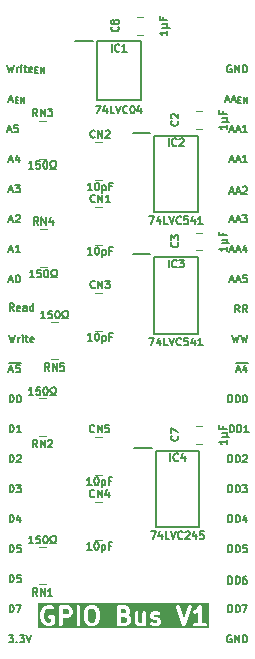
<source format=gto>
%TF.GenerationSoftware,KiCad,Pcbnew,8.0.7*%
%TF.CreationDate,2025-05-23T15:43:43+02:00*%
%TF.ProjectId,GPIO Bus,4750494f-2042-4757-932e-6b696361645f,V1*%
%TF.SameCoordinates,Original*%
%TF.FileFunction,Legend,Top*%
%TF.FilePolarity,Positive*%
%FSLAX46Y46*%
G04 Gerber Fmt 4.6, Leading zero omitted, Abs format (unit mm)*
G04 Created by KiCad (PCBNEW 8.0.7) date 2025-05-23 15:43:43*
%MOMM*%
%LPD*%
G01*
G04 APERTURE LIST*
%ADD10C,0.150000*%
%ADD11C,0.300000*%
%ADD12C,0.200000*%
%ADD13C,0.100000*%
%ADD14C,0.120000*%
G04 APERTURE END LIST*
D10*
X19894744Y-43592963D02*
X19894744Y-42957963D01*
X19894744Y-42957963D02*
X20045934Y-42957963D01*
X20045934Y-42957963D02*
X20136649Y-42988201D01*
X20136649Y-42988201D02*
X20197125Y-43048677D01*
X20197125Y-43048677D02*
X20227363Y-43109153D01*
X20227363Y-43109153D02*
X20257601Y-43230105D01*
X20257601Y-43230105D02*
X20257601Y-43320820D01*
X20257601Y-43320820D02*
X20227363Y-43441772D01*
X20227363Y-43441772D02*
X20197125Y-43502248D01*
X20197125Y-43502248D02*
X20136649Y-43562725D01*
X20136649Y-43562725D02*
X20045934Y-43592963D01*
X20045934Y-43592963D02*
X19894744Y-43592963D01*
X20529744Y-43592963D02*
X20529744Y-42957963D01*
X20529744Y-42957963D02*
X20680934Y-42957963D01*
X20680934Y-42957963D02*
X20771649Y-42988201D01*
X20771649Y-42988201D02*
X20832125Y-43048677D01*
X20832125Y-43048677D02*
X20862363Y-43109153D01*
X20862363Y-43109153D02*
X20892601Y-43230105D01*
X20892601Y-43230105D02*
X20892601Y-43320820D01*
X20892601Y-43320820D02*
X20862363Y-43441772D01*
X20862363Y-43441772D02*
X20832125Y-43502248D01*
X20832125Y-43502248D02*
X20771649Y-43562725D01*
X20771649Y-43562725D02*
X20680934Y-43592963D01*
X20680934Y-43592963D02*
X20529744Y-43592963D01*
X21436887Y-42957963D02*
X21315934Y-42957963D01*
X21315934Y-42957963D02*
X21255458Y-42988201D01*
X21255458Y-42988201D02*
X21225220Y-43018439D01*
X21225220Y-43018439D02*
X21164744Y-43109153D01*
X21164744Y-43109153D02*
X21134506Y-43230105D01*
X21134506Y-43230105D02*
X21134506Y-43472010D01*
X21134506Y-43472010D02*
X21164744Y-43532486D01*
X21164744Y-43532486D02*
X21194982Y-43562725D01*
X21194982Y-43562725D02*
X21255458Y-43592963D01*
X21255458Y-43592963D02*
X21376411Y-43592963D01*
X21376411Y-43592963D02*
X21436887Y-43562725D01*
X21436887Y-43562725D02*
X21467125Y-43532486D01*
X21467125Y-43532486D02*
X21497363Y-43472010D01*
X21497363Y-43472010D02*
X21497363Y-43320820D01*
X21497363Y-43320820D02*
X21467125Y-43260344D01*
X21467125Y-43260344D02*
X21436887Y-43230105D01*
X21436887Y-43230105D02*
X21376411Y-43199867D01*
X21376411Y-43199867D02*
X21255458Y-43199867D01*
X21255458Y-43199867D02*
X21194982Y-43230105D01*
X21194982Y-43230105D02*
X21164744Y-43260344D01*
X21164744Y-43260344D02*
X21134506Y-43320820D01*
X20257602Y-22510963D02*
X20408792Y-23145963D01*
X20408792Y-23145963D02*
X20529745Y-22692391D01*
X20529745Y-22692391D02*
X20650697Y-23145963D01*
X20650697Y-23145963D02*
X20801888Y-22510963D01*
X20983316Y-22510963D02*
X21134506Y-23145963D01*
X21134506Y-23145963D02*
X21255459Y-22692391D01*
X21255459Y-22692391D02*
X21376411Y-23145963D01*
X21376411Y-23145963D02*
X21527602Y-22510963D01*
X20590220Y-25504534D02*
X20892601Y-25504534D01*
X20529744Y-25685963D02*
X20741410Y-25050963D01*
X20741410Y-25050963D02*
X20953077Y-25685963D01*
X21436887Y-25262629D02*
X21436887Y-25685963D01*
X21285696Y-25020725D02*
X21134506Y-25474296D01*
X21134506Y-25474296D02*
X21527601Y-25474296D01*
X20532768Y-24874675D02*
X21554816Y-24874675D01*
X20045934Y-7724534D02*
X20348315Y-7724534D01*
X19985458Y-7905963D02*
X20197124Y-7270963D01*
X20197124Y-7270963D02*
X20408791Y-7905963D01*
X20590220Y-7724534D02*
X20892601Y-7724534D01*
X20529744Y-7905963D02*
X20741410Y-7270963D01*
X20741410Y-7270963D02*
X20953077Y-7905963D01*
X21497363Y-7905963D02*
X21134506Y-7905963D01*
X21315934Y-7905963D02*
X21315934Y-7270963D01*
X21315934Y-7270963D02*
X21255458Y-7361677D01*
X21255458Y-7361677D02*
X21194982Y-7422153D01*
X21194982Y-7422153D02*
X21134506Y-7452391D01*
D11*
G36*
X8567289Y-45728035D02*
G01*
X8663555Y-45824301D01*
X8720429Y-46051792D01*
X8720429Y-46514863D01*
X8663555Y-46742354D01*
X8567288Y-46838622D01*
X8477876Y-46883328D01*
X8262982Y-46883328D01*
X8173568Y-46838621D01*
X8077301Y-46742354D01*
X8020429Y-46514864D01*
X8020429Y-46051791D01*
X8077301Y-45824302D01*
X8173568Y-45728034D01*
X8262982Y-45683328D01*
X8477876Y-45683328D01*
X8567289Y-45728035D01*
G37*
G36*
X11289402Y-46450147D02*
G01*
X11318579Y-46479324D01*
X11363286Y-46568737D01*
X11363286Y-46712204D01*
X11318579Y-46801617D01*
X11281574Y-46838622D01*
X11192162Y-46883328D01*
X10806143Y-46883328D01*
X10806143Y-46397614D01*
X11131800Y-46397614D01*
X11289402Y-46450147D01*
G37*
G36*
X11210147Y-45728035D02*
G01*
X11247151Y-45765039D01*
X11291858Y-45854452D01*
X11291858Y-45926489D01*
X11247151Y-46015902D01*
X11210147Y-46052907D01*
X11120733Y-46097614D01*
X10806143Y-46097614D01*
X10806143Y-45683328D01*
X11120733Y-45683328D01*
X11210147Y-45728035D01*
G37*
G36*
X6353004Y-45728035D02*
G01*
X6390008Y-45765039D01*
X6434714Y-45854451D01*
X6434714Y-45997918D01*
X6390007Y-46087331D01*
X6353002Y-46124336D01*
X6263590Y-46169042D01*
X5877571Y-46169042D01*
X5877571Y-45683328D01*
X6263590Y-45683328D01*
X6353004Y-45728035D01*
G37*
G36*
X18255643Y-47349995D02*
G01*
X3839476Y-47349995D01*
X3839476Y-46176185D01*
X4006143Y-46176185D01*
X4006143Y-46390471D01*
X4006645Y-46395574D01*
X4006320Y-46397762D01*
X4007939Y-46408712D01*
X4009025Y-46419735D01*
X4009872Y-46421779D01*
X4010622Y-46426851D01*
X4082050Y-46712565D01*
X4082821Y-46714723D01*
X4082898Y-46715804D01*
X4087556Y-46727978D01*
X4091943Y-46740256D01*
X4092587Y-46741126D01*
X4093407Y-46743267D01*
X4164836Y-46886124D01*
X4172763Y-46898717D01*
X4174279Y-46902377D01*
X4177660Y-46906496D01*
X4180501Y-46911010D01*
X4183494Y-46913606D01*
X4192934Y-46925108D01*
X4335791Y-47067966D01*
X4358521Y-47086621D01*
X4363500Y-47088683D01*
X4367572Y-47092215D01*
X4394423Y-47104203D01*
X4608709Y-47175631D01*
X4623221Y-47178930D01*
X4626879Y-47180446D01*
X4632181Y-47180968D01*
X4637383Y-47182151D01*
X4641337Y-47181869D01*
X4656143Y-47183328D01*
X4799000Y-47183328D01*
X4813805Y-47181869D01*
X4817760Y-47182151D01*
X4822961Y-47180968D01*
X4828264Y-47180446D01*
X4831921Y-47178930D01*
X4846434Y-47175631D01*
X5060720Y-47104203D01*
X5087571Y-47092215D01*
X5091644Y-47088681D01*
X5096622Y-47086620D01*
X5119353Y-47067965D01*
X5190781Y-46996536D01*
X5209435Y-46973806D01*
X5226487Y-46932638D01*
X5231832Y-46919735D01*
X5234714Y-46890471D01*
X5234714Y-46390471D01*
X5231832Y-46361207D01*
X5209434Y-46307135D01*
X5168050Y-46265751D01*
X5113978Y-46243353D01*
X5084714Y-46240471D01*
X4799000Y-46240471D01*
X4769736Y-46243353D01*
X4715664Y-46265751D01*
X4674280Y-46307135D01*
X4651882Y-46361207D01*
X4651882Y-46419735D01*
X4674280Y-46473807D01*
X4715664Y-46515191D01*
X4769736Y-46537589D01*
X4799000Y-46540471D01*
X4934714Y-46540471D01*
X4934714Y-46828339D01*
X4932259Y-46830794D01*
X4774657Y-46883328D01*
X4680486Y-46883328D01*
X4522883Y-46830794D01*
X4422278Y-46730188D01*
X4369097Y-46623828D01*
X4306143Y-46372007D01*
X4306143Y-46194648D01*
X4369097Y-45942827D01*
X4422278Y-45836467D01*
X4522884Y-45735861D01*
X4680486Y-45683328D01*
X4835019Y-45683328D01*
X4946203Y-45738921D01*
X4973667Y-45749430D01*
X5032047Y-45753579D01*
X5087569Y-45735072D01*
X5131785Y-45696725D01*
X5157959Y-45644376D01*
X5162108Y-45585996D01*
X5144552Y-45533328D01*
X5577571Y-45533328D01*
X5577571Y-47033328D01*
X5580453Y-47062592D01*
X5602851Y-47116664D01*
X5644235Y-47158048D01*
X5698307Y-47180446D01*
X5756835Y-47180446D01*
X5810907Y-47158048D01*
X5852291Y-47116664D01*
X5874689Y-47062592D01*
X5877571Y-47033328D01*
X5877571Y-46469042D01*
X6299000Y-46469042D01*
X6328264Y-46466160D01*
X6333242Y-46464097D01*
X6338618Y-46463716D01*
X6366082Y-46453206D01*
X6508939Y-46381778D01*
X6521532Y-46373850D01*
X6525192Y-46372335D01*
X6529311Y-46368953D01*
X6533825Y-46366113D01*
X6536421Y-46363119D01*
X6547923Y-46353680D01*
X6619352Y-46282251D01*
X6628793Y-46270746D01*
X6631785Y-46268152D01*
X6634623Y-46263642D01*
X6638007Y-46259520D01*
X6639523Y-46255858D01*
X6647450Y-46243267D01*
X6718878Y-46100409D01*
X6729388Y-46072946D01*
X6729769Y-46067570D01*
X6731832Y-46062592D01*
X6734714Y-46033328D01*
X6734714Y-45819042D01*
X6731832Y-45789778D01*
X6729769Y-45784799D01*
X6729388Y-45779424D01*
X6718878Y-45751961D01*
X6647450Y-45609103D01*
X6639521Y-45596508D01*
X6638006Y-45592849D01*
X6634624Y-45588728D01*
X6631785Y-45584218D01*
X6628793Y-45581623D01*
X6619351Y-45570118D01*
X6582560Y-45533328D01*
X7077571Y-45533328D01*
X7077571Y-47033328D01*
X7080453Y-47062592D01*
X7102851Y-47116664D01*
X7144235Y-47158048D01*
X7198307Y-47180446D01*
X7256835Y-47180446D01*
X7310907Y-47158048D01*
X7352291Y-47116664D01*
X7374689Y-47062592D01*
X7377571Y-47033328D01*
X7377571Y-46033328D01*
X7720429Y-46033328D01*
X7720429Y-46533328D01*
X7720931Y-46538431D01*
X7720606Y-46540619D01*
X7722225Y-46551569D01*
X7723311Y-46562592D01*
X7724158Y-46564636D01*
X7724908Y-46569708D01*
X7796336Y-46855422D01*
X7806229Y-46883113D01*
X7812868Y-46892073D01*
X7817136Y-46902377D01*
X7835791Y-46925108D01*
X7978649Y-47067966D01*
X7990153Y-47077407D01*
X7992748Y-47080399D01*
X7997257Y-47083237D01*
X8001380Y-47086621D01*
X8005041Y-47088137D01*
X8017633Y-47096064D01*
X8160491Y-47167492D01*
X8187954Y-47178002D01*
X8193329Y-47178383D01*
X8198308Y-47180446D01*
X8227572Y-47183328D01*
X8513286Y-47183328D01*
X8542550Y-47180446D01*
X8547528Y-47178383D01*
X8552904Y-47178002D01*
X8580368Y-47167492D01*
X8723225Y-47096064D01*
X8735816Y-47088137D01*
X8739479Y-47086621D01*
X8743601Y-47083237D01*
X8748111Y-47080399D01*
X8750706Y-47077406D01*
X8762209Y-47067966D01*
X8905066Y-46925108D01*
X8923721Y-46902377D01*
X8927987Y-46892075D01*
X8934628Y-46883114D01*
X8944521Y-46855423D01*
X9015950Y-46569709D01*
X9016700Y-46564636D01*
X9017547Y-46562592D01*
X9018632Y-46551572D01*
X9020252Y-46540620D01*
X9019926Y-46538431D01*
X9020429Y-46533328D01*
X9020429Y-46033328D01*
X9019926Y-46028224D01*
X9020252Y-46026036D01*
X9018632Y-46015083D01*
X9017547Y-46004064D01*
X9016700Y-46002019D01*
X9015950Y-45996947D01*
X8944521Y-45711233D01*
X8934628Y-45683542D01*
X8927988Y-45674581D01*
X8923721Y-45664278D01*
X8905066Y-45641548D01*
X8796846Y-45533328D01*
X10506143Y-45533328D01*
X10506143Y-47033328D01*
X10509025Y-47062592D01*
X10531423Y-47116664D01*
X10572807Y-47158048D01*
X10626879Y-47180446D01*
X10656143Y-47183328D01*
X11227572Y-47183328D01*
X11256836Y-47180446D01*
X11261814Y-47178383D01*
X11267190Y-47178002D01*
X11294654Y-47167492D01*
X11437511Y-47096064D01*
X11450104Y-47088136D01*
X11453764Y-47086621D01*
X11457883Y-47083239D01*
X11462397Y-47080399D01*
X11464993Y-47077405D01*
X11476495Y-47067966D01*
X11547924Y-46996537D01*
X11557365Y-46985032D01*
X11560357Y-46982438D01*
X11563195Y-46977928D01*
X11566579Y-46973806D01*
X11568095Y-46970144D01*
X11576022Y-46957553D01*
X11647450Y-46814695D01*
X11657960Y-46787232D01*
X11658341Y-46781856D01*
X11660404Y-46776878D01*
X11663286Y-46747614D01*
X11663286Y-46533328D01*
X11660404Y-46504064D01*
X11658341Y-46499085D01*
X11657960Y-46493710D01*
X11647450Y-46466247D01*
X11576022Y-46323389D01*
X11568095Y-46310797D01*
X11566579Y-46307136D01*
X11563195Y-46303013D01*
X11560357Y-46298504D01*
X11557365Y-46295909D01*
X11547924Y-46284405D01*
X11476495Y-46212976D01*
X11475312Y-46212005D01*
X11476495Y-46210823D01*
X11485935Y-46199320D01*
X11488928Y-46196725D01*
X11491766Y-46192215D01*
X11495150Y-46188093D01*
X11496666Y-46184430D01*
X11504593Y-46171839D01*
X11573849Y-46033328D01*
X12006143Y-46033328D01*
X12006143Y-46819042D01*
X12009025Y-46848306D01*
X12011086Y-46853283D01*
X12011469Y-46858661D01*
X12021979Y-46886124D01*
X12093408Y-47028982D01*
X12096488Y-47033876D01*
X12097258Y-47036184D01*
X12099750Y-47039057D01*
X12109073Y-47053868D01*
X12123284Y-47066192D01*
X12135605Y-47080399D01*
X12150412Y-47089720D01*
X12153288Y-47092214D01*
X12155596Y-47092983D01*
X12160490Y-47096064D01*
X12303348Y-47167492D01*
X12330811Y-47178002D01*
X12336186Y-47178383D01*
X12341165Y-47180446D01*
X12370429Y-47183328D01*
X12584715Y-47183328D01*
X12613979Y-47180446D01*
X12618957Y-47178383D01*
X12624333Y-47178002D01*
X12651797Y-47167492D01*
X12700671Y-47143054D01*
X12715665Y-47158048D01*
X12769737Y-47180446D01*
X12828265Y-47180446D01*
X12882337Y-47158048D01*
X12923721Y-47116664D01*
X12946119Y-47062592D01*
X12949001Y-47033328D01*
X12949001Y-46247614D01*
X13291858Y-46247614D01*
X13291858Y-46319042D01*
X13294740Y-46348306D01*
X13296802Y-46353284D01*
X13297184Y-46358660D01*
X13307694Y-46386123D01*
X13379122Y-46528982D01*
X13382201Y-46533874D01*
X13382972Y-46536185D01*
X13385467Y-46539062D01*
X13394787Y-46553867D01*
X13408993Y-46566188D01*
X13421319Y-46580400D01*
X13436123Y-46589718D01*
X13439001Y-46592214D01*
X13441312Y-46592984D01*
X13446205Y-46596064D01*
X13589063Y-46667493D01*
X13616526Y-46678002D01*
X13621901Y-46678383D01*
X13626880Y-46680446D01*
X13656144Y-46683328D01*
X13835019Y-46683328D01*
X13901483Y-46716560D01*
X13934715Y-46783024D01*
X13934715Y-46783632D01*
X13901482Y-46850096D01*
X13835019Y-46883328D01*
X13620125Y-46883328D01*
X13508940Y-46827736D01*
X13481476Y-46817226D01*
X13423096Y-46813078D01*
X13367574Y-46831586D01*
X13323359Y-46869933D01*
X13297184Y-46922282D01*
X13293036Y-46980662D01*
X13311544Y-47036184D01*
X13349891Y-47080399D01*
X13374776Y-47096064D01*
X13517634Y-47167492D01*
X13545097Y-47178002D01*
X13550472Y-47178383D01*
X13555451Y-47180446D01*
X13584715Y-47183328D01*
X13870429Y-47183328D01*
X13899693Y-47180446D01*
X13904671Y-47178383D01*
X13910047Y-47178002D01*
X13937511Y-47167492D01*
X14080368Y-47096064D01*
X14085262Y-47092983D01*
X14087570Y-47092214D01*
X14090444Y-47089721D01*
X14105254Y-47080399D01*
X14117576Y-47066190D01*
X14131785Y-47053868D01*
X14141107Y-47039058D01*
X14143600Y-47036184D01*
X14144369Y-47033876D01*
X14147450Y-47028982D01*
X14218879Y-46886124D01*
X14229389Y-46858661D01*
X14229771Y-46853283D01*
X14231833Y-46848306D01*
X14234715Y-46819042D01*
X14234715Y-46747614D01*
X14231833Y-46718350D01*
X14229769Y-46713369D01*
X14229388Y-46707995D01*
X14218879Y-46680531D01*
X14147450Y-46537675D01*
X14144369Y-46532780D01*
X14143600Y-46530473D01*
X14141107Y-46527598D01*
X14131785Y-46512789D01*
X14117575Y-46500465D01*
X14105254Y-46486258D01*
X14090448Y-46476938D01*
X14087570Y-46474442D01*
X14085258Y-46473671D01*
X14080368Y-46470593D01*
X13937511Y-46399164D01*
X13910048Y-46388655D01*
X13904673Y-46388273D01*
X13899693Y-46386210D01*
X13870429Y-46383328D01*
X13691553Y-46383328D01*
X13625090Y-46350097D01*
X13591858Y-46283633D01*
X13591858Y-46283023D01*
X13625089Y-46216560D01*
X13691554Y-46183328D01*
X13835019Y-46183328D01*
X13946203Y-46238921D01*
X13973667Y-46249430D01*
X14032047Y-46253579D01*
X14087569Y-46235072D01*
X14131785Y-46196725D01*
X14157959Y-46144376D01*
X14162108Y-46085996D01*
X14143600Y-46030473D01*
X14105254Y-45986258D01*
X14080368Y-45970593D01*
X13937511Y-45899164D01*
X13910048Y-45888655D01*
X13904673Y-45888273D01*
X13899693Y-45886210D01*
X13870429Y-45883328D01*
X13656144Y-45883328D01*
X13626880Y-45886210D01*
X13621902Y-45888271D01*
X13616525Y-45888654D01*
X13589062Y-45899164D01*
X13446204Y-45970593D01*
X13441309Y-45973673D01*
X13439002Y-45974443D01*
X13436127Y-45976935D01*
X13421318Y-45986258D01*
X13408995Y-46000466D01*
X13394787Y-46012789D01*
X13385464Y-46027598D01*
X13382972Y-46030473D01*
X13382202Y-46032780D01*
X13379122Y-46037675D01*
X13307694Y-46180532D01*
X13297184Y-46207996D01*
X13296802Y-46213371D01*
X13294740Y-46218350D01*
X13291858Y-46247614D01*
X12949001Y-46247614D01*
X12949001Y-46033328D01*
X12946119Y-46004064D01*
X12923721Y-45949992D01*
X12882337Y-45908608D01*
X12828265Y-45886210D01*
X12769737Y-45886210D01*
X12715665Y-45908608D01*
X12674281Y-45949992D01*
X12651883Y-46004064D01*
X12649001Y-46033328D01*
X12649001Y-46828339D01*
X12638717Y-46838622D01*
X12549305Y-46883328D01*
X12405839Y-46883328D01*
X12339375Y-46850096D01*
X12306143Y-46783632D01*
X12306143Y-46033328D01*
X12303261Y-46004064D01*
X12280863Y-45949992D01*
X12239479Y-45908608D01*
X12185407Y-45886210D01*
X12126879Y-45886210D01*
X12072807Y-45908608D01*
X12031423Y-45949992D01*
X12009025Y-46004064D01*
X12006143Y-46033328D01*
X11573849Y-46033328D01*
X11576022Y-46028983D01*
X11586531Y-46001519D01*
X11586912Y-45996144D01*
X11588976Y-45991164D01*
X11591858Y-45961900D01*
X11591858Y-45819042D01*
X11588976Y-45789778D01*
X11586912Y-45784797D01*
X11586531Y-45779423D01*
X11576022Y-45751959D01*
X11504593Y-45609103D01*
X11496666Y-45596511D01*
X11495150Y-45592849D01*
X11491766Y-45588726D01*
X11488928Y-45584217D01*
X11485935Y-45581621D01*
X11476495Y-45570119D01*
X11458465Y-45552089D01*
X15507322Y-45552089D01*
X15513842Y-45580762D01*
X16013842Y-47080762D01*
X16025830Y-47107613D01*
X16032852Y-47115710D01*
X16037645Y-47125295D01*
X16051851Y-47137616D01*
X16064177Y-47151828D01*
X16073764Y-47156621D01*
X16081859Y-47163642D01*
X16099701Y-47169589D01*
X16116525Y-47178001D01*
X16127215Y-47178760D01*
X16137383Y-47182150D01*
X16156139Y-47180817D01*
X16174905Y-47182151D01*
X16185075Y-47178760D01*
X16195764Y-47178001D01*
X16212585Y-47169590D01*
X16230429Y-47163642D01*
X16238525Y-47156619D01*
X16248111Y-47151827D01*
X16260434Y-47137618D01*
X16274643Y-47125295D01*
X16279435Y-47115709D01*
X16286458Y-47107613D01*
X16298446Y-47080762D01*
X16677654Y-45943139D01*
X16935893Y-45943139D01*
X16940042Y-46001519D01*
X16966216Y-46053868D01*
X17010431Y-46092215D01*
X17065954Y-46110722D01*
X17124334Y-46106573D01*
X17151797Y-46096064D01*
X17294654Y-46024635D01*
X17307247Y-46016707D01*
X17310907Y-46015192D01*
X17315026Y-46011810D01*
X17319540Y-46008970D01*
X17322136Y-46005976D01*
X17333638Y-45996537D01*
X17363286Y-45966889D01*
X17363286Y-46883328D01*
X17084715Y-46883328D01*
X17055451Y-46886210D01*
X17001379Y-46908608D01*
X16959995Y-46949992D01*
X16937597Y-47004064D01*
X16937597Y-47062592D01*
X16959995Y-47116664D01*
X17001379Y-47158048D01*
X17055451Y-47180446D01*
X17084715Y-47183328D01*
X17941858Y-47183328D01*
X17971122Y-47180446D01*
X18025194Y-47158048D01*
X18066578Y-47116664D01*
X18088976Y-47062592D01*
X18088976Y-47004064D01*
X18066578Y-46949992D01*
X18025194Y-46908608D01*
X17971122Y-46886210D01*
X17941858Y-46883328D01*
X17663286Y-46883328D01*
X17663286Y-45533328D01*
X17663275Y-45533222D01*
X17663286Y-45533170D01*
X17663255Y-45533016D01*
X17660404Y-45504064D01*
X17654720Y-45490343D01*
X17651808Y-45475781D01*
X17643629Y-45463568D01*
X17638006Y-45449992D01*
X17627507Y-45439493D01*
X17619242Y-45427151D01*
X17607011Y-45418997D01*
X17596622Y-45408608D01*
X17582903Y-45402925D01*
X17570543Y-45394685D01*
X17556124Y-45391832D01*
X17542550Y-45386210D01*
X17527699Y-45386210D01*
X17513129Y-45383328D01*
X17498719Y-45386210D01*
X17484022Y-45386210D01*
X17470300Y-45391893D01*
X17455739Y-45394806D01*
X17443526Y-45402984D01*
X17429950Y-45408608D01*
X17419451Y-45419106D01*
X17407109Y-45427372D01*
X17388677Y-45449880D01*
X17388566Y-45449992D01*
X17388545Y-45450042D01*
X17388479Y-45450123D01*
X17253859Y-45652051D01*
X17138718Y-45767192D01*
X17017633Y-45827736D01*
X16992747Y-45843401D01*
X16954400Y-45887616D01*
X16935893Y-45943139D01*
X16677654Y-45943139D01*
X16798447Y-45580762D01*
X16804967Y-45552088D01*
X16800817Y-45493708D01*
X16774643Y-45441361D01*
X16730429Y-45403014D01*
X16674905Y-45384505D01*
X16616525Y-45388655D01*
X16564177Y-45414828D01*
X16525830Y-45459043D01*
X16513842Y-45485894D01*
X16156144Y-46558986D01*
X15798446Y-45485894D01*
X15786458Y-45459043D01*
X15748111Y-45414829D01*
X15695764Y-45388655D01*
X15637383Y-45384506D01*
X15581859Y-45403014D01*
X15537645Y-45441361D01*
X15511471Y-45493708D01*
X15507322Y-45552089D01*
X11458465Y-45552089D01*
X11405067Y-45498691D01*
X11393565Y-45489251D01*
X11390969Y-45486258D01*
X11386455Y-45483417D01*
X11382336Y-45480036D01*
X11378676Y-45478520D01*
X11366083Y-45470593D01*
X11223225Y-45399164D01*
X11195762Y-45388654D01*
X11190384Y-45388271D01*
X11185407Y-45386210D01*
X11156143Y-45383328D01*
X10656143Y-45383328D01*
X10626879Y-45386210D01*
X10572807Y-45408608D01*
X10531423Y-45449992D01*
X10509025Y-45504064D01*
X10506143Y-45533328D01*
X8796846Y-45533328D01*
X8762209Y-45498691D01*
X8750707Y-45489251D01*
X8748111Y-45486258D01*
X8743597Y-45483417D01*
X8739478Y-45480036D01*
X8735818Y-45478520D01*
X8723225Y-45470593D01*
X8580368Y-45399164D01*
X8552905Y-45388655D01*
X8547530Y-45388273D01*
X8542550Y-45386210D01*
X8513286Y-45383328D01*
X8227572Y-45383328D01*
X8198308Y-45386210D01*
X8193327Y-45388273D01*
X8187953Y-45388655D01*
X8160489Y-45399164D01*
X8017633Y-45470593D01*
X8005039Y-45478520D01*
X8001380Y-45480036D01*
X7997260Y-45483417D01*
X7992747Y-45486258D01*
X7990150Y-45489252D01*
X7978649Y-45498691D01*
X7835791Y-45641548D01*
X7817136Y-45664278D01*
X7812867Y-45674583D01*
X7806229Y-45683543D01*
X7796336Y-45711234D01*
X7724908Y-45996948D01*
X7724158Y-46002019D01*
X7723311Y-46004064D01*
X7722225Y-46015086D01*
X7720606Y-46026037D01*
X7720931Y-46028224D01*
X7720429Y-46033328D01*
X7377571Y-46033328D01*
X7377571Y-45533328D01*
X7374689Y-45504064D01*
X7352291Y-45449992D01*
X7310907Y-45408608D01*
X7256835Y-45386210D01*
X7198307Y-45386210D01*
X7144235Y-45408608D01*
X7102851Y-45449992D01*
X7080453Y-45504064D01*
X7077571Y-45533328D01*
X6582560Y-45533328D01*
X6547922Y-45498690D01*
X6536422Y-45489252D01*
X6533825Y-45486258D01*
X6529308Y-45483415D01*
X6525191Y-45480036D01*
X6521534Y-45478521D01*
X6508939Y-45470593D01*
X6366082Y-45399164D01*
X6338619Y-45388655D01*
X6333244Y-45388273D01*
X6328264Y-45386210D01*
X6299000Y-45383328D01*
X5727571Y-45383328D01*
X5698307Y-45386210D01*
X5644235Y-45408608D01*
X5602851Y-45449992D01*
X5580453Y-45504064D01*
X5577571Y-45533328D01*
X5144552Y-45533328D01*
X5143600Y-45530473D01*
X5105254Y-45486258D01*
X5080368Y-45470593D01*
X4937511Y-45399164D01*
X4910048Y-45388655D01*
X4904673Y-45388273D01*
X4899693Y-45386210D01*
X4870429Y-45383328D01*
X4656143Y-45383328D01*
X4641331Y-45384786D01*
X4637382Y-45384506D01*
X4632187Y-45385687D01*
X4626879Y-45386210D01*
X4623217Y-45387726D01*
X4608708Y-45391026D01*
X4394423Y-45462455D01*
X4367572Y-45474443D01*
X4363502Y-45477972D01*
X4358521Y-45480036D01*
X4335791Y-45498691D01*
X4192934Y-45641548D01*
X4183494Y-45653049D01*
X4180501Y-45655646D01*
X4177660Y-45660159D01*
X4174279Y-45664279D01*
X4172763Y-45667938D01*
X4164836Y-45680532D01*
X4093407Y-45823389D01*
X4092587Y-45825529D01*
X4091943Y-45826400D01*
X4087556Y-45838677D01*
X4082898Y-45850852D01*
X4082821Y-45851932D01*
X4082050Y-45854091D01*
X4010622Y-46139805D01*
X4009872Y-46144876D01*
X4009025Y-46146921D01*
X4007939Y-46157943D01*
X4006320Y-46168894D01*
X4006645Y-46171081D01*
X4006143Y-46176185D01*
X3839476Y-46176185D01*
X3839476Y-45216661D01*
X18255643Y-45216661D01*
X18255643Y-47349995D01*
G37*
D10*
X20045934Y-17884534D02*
X20348315Y-17884534D01*
X19985458Y-18065963D02*
X20197124Y-17430963D01*
X20197124Y-17430963D02*
X20408791Y-18065963D01*
X20590220Y-17884534D02*
X20892601Y-17884534D01*
X20529744Y-18065963D02*
X20741410Y-17430963D01*
X20741410Y-17430963D02*
X20953077Y-18065963D01*
X21467125Y-17430963D02*
X21164744Y-17430963D01*
X21164744Y-17430963D02*
X21134506Y-17733344D01*
X21134506Y-17733344D02*
X21164744Y-17703105D01*
X21164744Y-17703105D02*
X21225220Y-17672867D01*
X21225220Y-17672867D02*
X21376411Y-17672867D01*
X21376411Y-17672867D02*
X21436887Y-17703105D01*
X21436887Y-17703105D02*
X21467125Y-17733344D01*
X21467125Y-17733344D02*
X21497363Y-17793820D01*
X21497363Y-17793820D02*
X21497363Y-17945010D01*
X21497363Y-17945010D02*
X21467125Y-18005486D01*
X21467125Y-18005486D02*
X21436887Y-18035725D01*
X21436887Y-18035725D02*
X21376411Y-18065963D01*
X21376411Y-18065963D02*
X21225220Y-18065963D01*
X21225220Y-18065963D02*
X21164744Y-18035725D01*
X21164744Y-18035725D02*
X21134506Y-18005486D01*
X19658887Y-2644534D02*
X19961268Y-2644534D01*
X19598411Y-2825963D02*
X19810077Y-2190963D01*
X19810077Y-2190963D02*
X20021744Y-2825963D01*
X20203173Y-2644534D02*
X20505554Y-2644534D01*
X20142697Y-2825963D02*
X20354363Y-2190963D01*
X20354363Y-2190963D02*
X20566030Y-2825963D01*
X20747459Y-2630020D02*
X20916792Y-2630020D01*
X20989364Y-2896115D02*
X20747459Y-2896115D01*
X20747459Y-2896115D02*
X20747459Y-2388115D01*
X20747459Y-2388115D02*
X20989364Y-2388115D01*
X21207078Y-2896115D02*
X21207078Y-2388115D01*
X21207078Y-2388115D02*
X21497364Y-2896115D01*
X21497364Y-2896115D02*
X21497364Y-2388115D01*
X20045934Y-15344534D02*
X20348315Y-15344534D01*
X19985458Y-15525963D02*
X20197124Y-14890963D01*
X20197124Y-14890963D02*
X20408791Y-15525963D01*
X20590220Y-15344534D02*
X20892601Y-15344534D01*
X20529744Y-15525963D02*
X20741410Y-14890963D01*
X20741410Y-14890963D02*
X20953077Y-15525963D01*
X21436887Y-15102629D02*
X21436887Y-15525963D01*
X21285696Y-14860725D02*
X21134506Y-15314296D01*
X21134506Y-15314296D02*
X21527601Y-15314296D01*
X1362636Y-12804534D02*
X1665017Y-12804534D01*
X1302160Y-12985963D02*
X1513826Y-12350963D01*
X1513826Y-12350963D02*
X1725493Y-12985963D01*
X1906922Y-12411439D02*
X1937160Y-12381201D01*
X1937160Y-12381201D02*
X1997636Y-12350963D01*
X1997636Y-12350963D02*
X2148827Y-12350963D01*
X2148827Y-12350963D02*
X2209303Y-12381201D01*
X2209303Y-12381201D02*
X2239541Y-12411439D01*
X2239541Y-12411439D02*
X2269779Y-12471915D01*
X2269779Y-12471915D02*
X2269779Y-12532391D01*
X2269779Y-12532391D02*
X2239541Y-12623105D01*
X2239541Y-12623105D02*
X1876684Y-12985963D01*
X1876684Y-12985963D02*
X2269779Y-12985963D01*
X1362636Y-17884534D02*
X1665017Y-17884534D01*
X1302160Y-18065963D02*
X1513826Y-17430963D01*
X1513826Y-17430963D02*
X1725493Y-18065963D01*
X2058112Y-17430963D02*
X2118589Y-17430963D01*
X2118589Y-17430963D02*
X2179065Y-17461201D01*
X2179065Y-17461201D02*
X2209303Y-17491439D01*
X2209303Y-17491439D02*
X2239541Y-17551915D01*
X2239541Y-17551915D02*
X2269779Y-17672867D01*
X2269779Y-17672867D02*
X2269779Y-17824058D01*
X2269779Y-17824058D02*
X2239541Y-17945010D01*
X2239541Y-17945010D02*
X2209303Y-18005486D01*
X2209303Y-18005486D02*
X2179065Y-18035725D01*
X2179065Y-18035725D02*
X2118589Y-18065963D01*
X2118589Y-18065963D02*
X2058112Y-18065963D01*
X2058112Y-18065963D02*
X1997636Y-18035725D01*
X1997636Y-18035725D02*
X1967398Y-18005486D01*
X1967398Y-18005486D02*
X1937160Y-17945010D01*
X1937160Y-17945010D02*
X1906922Y-17824058D01*
X1906922Y-17824058D02*
X1906922Y-17672867D01*
X1906922Y-17672867D02*
X1937160Y-17551915D01*
X1937160Y-17551915D02*
X1967398Y-17491439D01*
X1967398Y-17491439D02*
X1997636Y-17461201D01*
X1997636Y-17461201D02*
X2058112Y-17430963D01*
X1362636Y-25504534D02*
X1665017Y-25504534D01*
X1302160Y-25685963D02*
X1513826Y-25050963D01*
X1513826Y-25050963D02*
X1725493Y-25685963D01*
X2239541Y-25050963D02*
X1937160Y-25050963D01*
X1937160Y-25050963D02*
X1906922Y-25353344D01*
X1906922Y-25353344D02*
X1937160Y-25323105D01*
X1937160Y-25323105D02*
X1997636Y-25292867D01*
X1997636Y-25292867D02*
X2148827Y-25292867D01*
X2148827Y-25292867D02*
X2209303Y-25323105D01*
X2209303Y-25323105D02*
X2239541Y-25353344D01*
X2239541Y-25353344D02*
X2269779Y-25413820D01*
X2269779Y-25413820D02*
X2269779Y-25565010D01*
X2269779Y-25565010D02*
X2239541Y-25625486D01*
X2239541Y-25625486D02*
X2209303Y-25655725D01*
X2209303Y-25655725D02*
X2148827Y-25685963D01*
X2148827Y-25685963D02*
X1997636Y-25685963D01*
X1997636Y-25685963D02*
X1937160Y-25655725D01*
X1937160Y-25655725D02*
X1906922Y-25625486D01*
X1305184Y-24874675D02*
X2327232Y-24874675D01*
X1362636Y-7724534D02*
X1665017Y-7724534D01*
X1302160Y-7905963D02*
X1513826Y-7270963D01*
X1513826Y-7270963D02*
X1725493Y-7905963D01*
X2209303Y-7482629D02*
X2209303Y-7905963D01*
X2058112Y-7240725D02*
X1906922Y-7694296D01*
X1906922Y-7694296D02*
X2300017Y-7694296D01*
X1392874Y-30765963D02*
X1392874Y-30130963D01*
X1392874Y-30130963D02*
X1544064Y-30130963D01*
X1544064Y-30130963D02*
X1634779Y-30161201D01*
X1634779Y-30161201D02*
X1695255Y-30221677D01*
X1695255Y-30221677D02*
X1725493Y-30282153D01*
X1725493Y-30282153D02*
X1755731Y-30403105D01*
X1755731Y-30403105D02*
X1755731Y-30493820D01*
X1755731Y-30493820D02*
X1725493Y-30614772D01*
X1725493Y-30614772D02*
X1695255Y-30675248D01*
X1695255Y-30675248D02*
X1634779Y-30735725D01*
X1634779Y-30735725D02*
X1544064Y-30765963D01*
X1544064Y-30765963D02*
X1392874Y-30765963D01*
X2360493Y-30765963D02*
X1997636Y-30765963D01*
X2179064Y-30765963D02*
X2179064Y-30130963D01*
X2179064Y-30130963D02*
X2118588Y-30221677D01*
X2118588Y-30221677D02*
X2058112Y-30282153D01*
X2058112Y-30282153D02*
X1997636Y-30312391D01*
X19894744Y-28225963D02*
X19894744Y-27590963D01*
X19894744Y-27590963D02*
X20045934Y-27590963D01*
X20045934Y-27590963D02*
X20136649Y-27621201D01*
X20136649Y-27621201D02*
X20197125Y-27681677D01*
X20197125Y-27681677D02*
X20227363Y-27742153D01*
X20227363Y-27742153D02*
X20257601Y-27863105D01*
X20257601Y-27863105D02*
X20257601Y-27953820D01*
X20257601Y-27953820D02*
X20227363Y-28074772D01*
X20227363Y-28074772D02*
X20197125Y-28135248D01*
X20197125Y-28135248D02*
X20136649Y-28195725D01*
X20136649Y-28195725D02*
X20045934Y-28225963D01*
X20045934Y-28225963D02*
X19894744Y-28225963D01*
X20529744Y-28225963D02*
X20529744Y-27590963D01*
X20529744Y-27590963D02*
X20680934Y-27590963D01*
X20680934Y-27590963D02*
X20771649Y-27621201D01*
X20771649Y-27621201D02*
X20832125Y-27681677D01*
X20832125Y-27681677D02*
X20862363Y-27742153D01*
X20862363Y-27742153D02*
X20892601Y-27863105D01*
X20892601Y-27863105D02*
X20892601Y-27953820D01*
X20892601Y-27953820D02*
X20862363Y-28074772D01*
X20862363Y-28074772D02*
X20832125Y-28135248D01*
X20832125Y-28135248D02*
X20771649Y-28195725D01*
X20771649Y-28195725D02*
X20680934Y-28225963D01*
X20680934Y-28225963D02*
X20529744Y-28225963D01*
X21285696Y-27590963D02*
X21346173Y-27590963D01*
X21346173Y-27590963D02*
X21406649Y-27621201D01*
X21406649Y-27621201D02*
X21436887Y-27651439D01*
X21436887Y-27651439D02*
X21467125Y-27711915D01*
X21467125Y-27711915D02*
X21497363Y-27832867D01*
X21497363Y-27832867D02*
X21497363Y-27984058D01*
X21497363Y-27984058D02*
X21467125Y-28105010D01*
X21467125Y-28105010D02*
X21436887Y-28165486D01*
X21436887Y-28165486D02*
X21406649Y-28195725D01*
X21406649Y-28195725D02*
X21346173Y-28225963D01*
X21346173Y-28225963D02*
X21285696Y-28225963D01*
X21285696Y-28225963D02*
X21225220Y-28195725D01*
X21225220Y-28195725D02*
X21194982Y-28165486D01*
X21194982Y-28165486D02*
X21164744Y-28105010D01*
X21164744Y-28105010D02*
X21134506Y-27984058D01*
X21134506Y-27984058D02*
X21134506Y-27832867D01*
X21134506Y-27832867D02*
X21164744Y-27711915D01*
X21164744Y-27711915D02*
X21194982Y-27651439D01*
X21194982Y-27651439D02*
X21225220Y-27621201D01*
X21225220Y-27621201D02*
X21285696Y-27590963D01*
X1392874Y-38385963D02*
X1392874Y-37750963D01*
X1392874Y-37750963D02*
X1544064Y-37750963D01*
X1544064Y-37750963D02*
X1634779Y-37781201D01*
X1634779Y-37781201D02*
X1695255Y-37841677D01*
X1695255Y-37841677D02*
X1725493Y-37902153D01*
X1725493Y-37902153D02*
X1755731Y-38023105D01*
X1755731Y-38023105D02*
X1755731Y-38113820D01*
X1755731Y-38113820D02*
X1725493Y-38234772D01*
X1725493Y-38234772D02*
X1695255Y-38295248D01*
X1695255Y-38295248D02*
X1634779Y-38355725D01*
X1634779Y-38355725D02*
X1544064Y-38385963D01*
X1544064Y-38385963D02*
X1392874Y-38385963D01*
X2300017Y-37962629D02*
X2300017Y-38385963D01*
X2148826Y-37720725D02*
X1997636Y-38174296D01*
X1997636Y-38174296D02*
X2390731Y-38174296D01*
X1392874Y-46005963D02*
X1392874Y-45370963D01*
X1392874Y-45370963D02*
X1544064Y-45370963D01*
X1544064Y-45370963D02*
X1634779Y-45401201D01*
X1634779Y-45401201D02*
X1695255Y-45461677D01*
X1695255Y-45461677D02*
X1725493Y-45522153D01*
X1725493Y-45522153D02*
X1755731Y-45643105D01*
X1755731Y-45643105D02*
X1755731Y-45733820D01*
X1755731Y-45733820D02*
X1725493Y-45854772D01*
X1725493Y-45854772D02*
X1695255Y-45915248D01*
X1695255Y-45915248D02*
X1634779Y-45975725D01*
X1634779Y-45975725D02*
X1544064Y-46005963D01*
X1544064Y-46005963D02*
X1392874Y-46005963D01*
X1967398Y-45370963D02*
X2390731Y-45370963D01*
X2390731Y-45370963D02*
X2118588Y-46005963D01*
X20862363Y-20605963D02*
X20650696Y-20303582D01*
X20499506Y-20605963D02*
X20499506Y-19970963D01*
X20499506Y-19970963D02*
X20741411Y-19970963D01*
X20741411Y-19970963D02*
X20801887Y-20001201D01*
X20801887Y-20001201D02*
X20832125Y-20031439D01*
X20832125Y-20031439D02*
X20862363Y-20091915D01*
X20862363Y-20091915D02*
X20862363Y-20182629D01*
X20862363Y-20182629D02*
X20832125Y-20243105D01*
X20832125Y-20243105D02*
X20801887Y-20273344D01*
X20801887Y-20273344D02*
X20741411Y-20303582D01*
X20741411Y-20303582D02*
X20499506Y-20303582D01*
X21497363Y-20605963D02*
X21285696Y-20303582D01*
X21134506Y-20605963D02*
X21134506Y-19970963D01*
X21134506Y-19970963D02*
X21376411Y-19970963D01*
X21376411Y-19970963D02*
X21436887Y-20001201D01*
X21436887Y-20001201D02*
X21467125Y-20031439D01*
X21467125Y-20031439D02*
X21497363Y-20091915D01*
X21497363Y-20091915D02*
X21497363Y-20182629D01*
X21497363Y-20182629D02*
X21467125Y-20243105D01*
X21467125Y-20243105D02*
X21436887Y-20273344D01*
X21436887Y-20273344D02*
X21376411Y-20303582D01*
X21376411Y-20303582D02*
X21134506Y-20303582D01*
X1362636Y-2644534D02*
X1665017Y-2644534D01*
X1302160Y-2825963D02*
X1513826Y-2190963D01*
X1513826Y-2190963D02*
X1725493Y-2825963D01*
X1906922Y-2630020D02*
X2076255Y-2630020D01*
X2148827Y-2896115D02*
X1906922Y-2896115D01*
X1906922Y-2896115D02*
X1906922Y-2388115D01*
X1906922Y-2388115D02*
X2148827Y-2388115D01*
X2366541Y-2896115D02*
X2366541Y-2388115D01*
X2366541Y-2388115D02*
X2656827Y-2896115D01*
X2656827Y-2896115D02*
X2656827Y-2388115D01*
X1392874Y-43465963D02*
X1392874Y-42830963D01*
X1392874Y-42830963D02*
X1544064Y-42830963D01*
X1544064Y-42830963D02*
X1634779Y-42861201D01*
X1634779Y-42861201D02*
X1695255Y-42921677D01*
X1695255Y-42921677D02*
X1725493Y-42982153D01*
X1725493Y-42982153D02*
X1755731Y-43103105D01*
X1755731Y-43103105D02*
X1755731Y-43193820D01*
X1755731Y-43193820D02*
X1725493Y-43314772D01*
X1725493Y-43314772D02*
X1695255Y-43375248D01*
X1695255Y-43375248D02*
X1634779Y-43435725D01*
X1634779Y-43435725D02*
X1544064Y-43465963D01*
X1544064Y-43465963D02*
X1392874Y-43465963D01*
X2330255Y-42830963D02*
X2027874Y-42830963D01*
X2027874Y-42830963D02*
X1997636Y-43133344D01*
X1997636Y-43133344D02*
X2027874Y-43103105D01*
X2027874Y-43103105D02*
X2088350Y-43072867D01*
X2088350Y-43072867D02*
X2239541Y-43072867D01*
X2239541Y-43072867D02*
X2300017Y-43103105D01*
X2300017Y-43103105D02*
X2330255Y-43133344D01*
X2330255Y-43133344D02*
X2360493Y-43193820D01*
X2360493Y-43193820D02*
X2360493Y-43345010D01*
X2360493Y-43345010D02*
X2330255Y-43405486D01*
X2330255Y-43405486D02*
X2300017Y-43435725D01*
X2300017Y-43435725D02*
X2239541Y-43465963D01*
X2239541Y-43465963D02*
X2088350Y-43465963D01*
X2088350Y-43465963D02*
X2027874Y-43435725D01*
X2027874Y-43435725D02*
X1997636Y-43405486D01*
X19894744Y-40925963D02*
X19894744Y-40290963D01*
X19894744Y-40290963D02*
X20045934Y-40290963D01*
X20045934Y-40290963D02*
X20136649Y-40321201D01*
X20136649Y-40321201D02*
X20197125Y-40381677D01*
X20197125Y-40381677D02*
X20227363Y-40442153D01*
X20227363Y-40442153D02*
X20257601Y-40563105D01*
X20257601Y-40563105D02*
X20257601Y-40653820D01*
X20257601Y-40653820D02*
X20227363Y-40774772D01*
X20227363Y-40774772D02*
X20197125Y-40835248D01*
X20197125Y-40835248D02*
X20136649Y-40895725D01*
X20136649Y-40895725D02*
X20045934Y-40925963D01*
X20045934Y-40925963D02*
X19894744Y-40925963D01*
X20529744Y-40925963D02*
X20529744Y-40290963D01*
X20529744Y-40290963D02*
X20680934Y-40290963D01*
X20680934Y-40290963D02*
X20771649Y-40321201D01*
X20771649Y-40321201D02*
X20832125Y-40381677D01*
X20832125Y-40381677D02*
X20862363Y-40442153D01*
X20862363Y-40442153D02*
X20892601Y-40563105D01*
X20892601Y-40563105D02*
X20892601Y-40653820D01*
X20892601Y-40653820D02*
X20862363Y-40774772D01*
X20862363Y-40774772D02*
X20832125Y-40835248D01*
X20832125Y-40835248D02*
X20771649Y-40895725D01*
X20771649Y-40895725D02*
X20680934Y-40925963D01*
X20680934Y-40925963D02*
X20529744Y-40925963D01*
X21467125Y-40290963D02*
X21164744Y-40290963D01*
X21164744Y-40290963D02*
X21134506Y-40593344D01*
X21134506Y-40593344D02*
X21164744Y-40563105D01*
X21164744Y-40563105D02*
X21225220Y-40532867D01*
X21225220Y-40532867D02*
X21376411Y-40532867D01*
X21376411Y-40532867D02*
X21436887Y-40563105D01*
X21436887Y-40563105D02*
X21467125Y-40593344D01*
X21467125Y-40593344D02*
X21497363Y-40653820D01*
X21497363Y-40653820D02*
X21497363Y-40805010D01*
X21497363Y-40805010D02*
X21467125Y-40865486D01*
X21467125Y-40865486D02*
X21436887Y-40895725D01*
X21436887Y-40895725D02*
X21376411Y-40925963D01*
X21376411Y-40925963D02*
X21225220Y-40925963D01*
X21225220Y-40925963D02*
X21164744Y-40895725D01*
X21164744Y-40895725D02*
X21134506Y-40865486D01*
X1235636Y-5184534D02*
X1538017Y-5184534D01*
X1175160Y-5365963D02*
X1386826Y-4730963D01*
X1386826Y-4730963D02*
X1598493Y-5365963D01*
X2112541Y-4730963D02*
X1810160Y-4730963D01*
X1810160Y-4730963D02*
X1779922Y-5033344D01*
X1779922Y-5033344D02*
X1810160Y-5003105D01*
X1810160Y-5003105D02*
X1870636Y-4972867D01*
X1870636Y-4972867D02*
X2021827Y-4972867D01*
X2021827Y-4972867D02*
X2082303Y-5003105D01*
X2082303Y-5003105D02*
X2112541Y-5033344D01*
X2112541Y-5033344D02*
X2142779Y-5093820D01*
X2142779Y-5093820D02*
X2142779Y-5245010D01*
X2142779Y-5245010D02*
X2112541Y-5305486D01*
X2112541Y-5305486D02*
X2082303Y-5335725D01*
X2082303Y-5335725D02*
X2021827Y-5365963D01*
X2021827Y-5365963D02*
X1870636Y-5365963D01*
X1870636Y-5365963D02*
X1810160Y-5335725D01*
X1810160Y-5335725D02*
X1779922Y-5305486D01*
X1392874Y-28225963D02*
X1392874Y-27590963D01*
X1392874Y-27590963D02*
X1544064Y-27590963D01*
X1544064Y-27590963D02*
X1634779Y-27621201D01*
X1634779Y-27621201D02*
X1695255Y-27681677D01*
X1695255Y-27681677D02*
X1725493Y-27742153D01*
X1725493Y-27742153D02*
X1755731Y-27863105D01*
X1755731Y-27863105D02*
X1755731Y-27953820D01*
X1755731Y-27953820D02*
X1725493Y-28074772D01*
X1725493Y-28074772D02*
X1695255Y-28135248D01*
X1695255Y-28135248D02*
X1634779Y-28195725D01*
X1634779Y-28195725D02*
X1544064Y-28225963D01*
X1544064Y-28225963D02*
X1392874Y-28225963D01*
X2148826Y-27590963D02*
X2209303Y-27590963D01*
X2209303Y-27590963D02*
X2269779Y-27621201D01*
X2269779Y-27621201D02*
X2300017Y-27651439D01*
X2300017Y-27651439D02*
X2330255Y-27711915D01*
X2330255Y-27711915D02*
X2360493Y-27832867D01*
X2360493Y-27832867D02*
X2360493Y-27984058D01*
X2360493Y-27984058D02*
X2330255Y-28105010D01*
X2330255Y-28105010D02*
X2300017Y-28165486D01*
X2300017Y-28165486D02*
X2269779Y-28195725D01*
X2269779Y-28195725D02*
X2209303Y-28225963D01*
X2209303Y-28225963D02*
X2148826Y-28225963D01*
X2148826Y-28225963D02*
X2088350Y-28195725D01*
X2088350Y-28195725D02*
X2058112Y-28165486D01*
X2058112Y-28165486D02*
X2027874Y-28105010D01*
X2027874Y-28105010D02*
X1997636Y-27984058D01*
X1997636Y-27984058D02*
X1997636Y-27832867D01*
X1997636Y-27832867D02*
X2027874Y-27711915D01*
X2027874Y-27711915D02*
X2058112Y-27651439D01*
X2058112Y-27651439D02*
X2088350Y-27621201D01*
X2088350Y-27621201D02*
X2148826Y-27590963D01*
X20166887Y318798D02*
X20106411Y349036D01*
X20106411Y349036D02*
X20015697Y349036D01*
X20015697Y349036D02*
X19924982Y318798D01*
X19924982Y318798D02*
X19864506Y258322D01*
X19864506Y258322D02*
X19834268Y197846D01*
X19834268Y197846D02*
X19804030Y76894D01*
X19804030Y76894D02*
X19804030Y-13820D01*
X19804030Y-13820D02*
X19834268Y-134772D01*
X19834268Y-134772D02*
X19864506Y-195248D01*
X19864506Y-195248D02*
X19924982Y-255725D01*
X19924982Y-255725D02*
X20015697Y-285963D01*
X20015697Y-285963D02*
X20076173Y-285963D01*
X20076173Y-285963D02*
X20166887Y-255725D01*
X20166887Y-255725D02*
X20197125Y-225486D01*
X20197125Y-225486D02*
X20197125Y-13820D01*
X20197125Y-13820D02*
X20076173Y-13820D01*
X20469268Y-285963D02*
X20469268Y349036D01*
X20469268Y349036D02*
X20832125Y-285963D01*
X20832125Y-285963D02*
X20832125Y349036D01*
X21134506Y-285963D02*
X21134506Y349036D01*
X21134506Y349036D02*
X21285696Y349036D01*
X21285696Y349036D02*
X21376411Y318798D01*
X21376411Y318798D02*
X21436887Y258322D01*
X21436887Y258322D02*
X21467125Y197846D01*
X21467125Y197846D02*
X21497363Y76894D01*
X21497363Y76894D02*
X21497363Y-13820D01*
X21497363Y-13820D02*
X21467125Y-134772D01*
X21467125Y-134772D02*
X21436887Y-195248D01*
X21436887Y-195248D02*
X21376411Y-255725D01*
X21376411Y-255725D02*
X21285696Y-285963D01*
X21285696Y-285963D02*
X21134506Y-285963D01*
X1362636Y-15344534D02*
X1665017Y-15344534D01*
X1302160Y-15525963D02*
X1513826Y-14890963D01*
X1513826Y-14890963D02*
X1725493Y-15525963D01*
X2269779Y-15525963D02*
X1906922Y-15525963D01*
X2088350Y-15525963D02*
X2088350Y-14890963D01*
X2088350Y-14890963D02*
X2027874Y-14981677D01*
X2027874Y-14981677D02*
X1967398Y-15042153D01*
X1967398Y-15042153D02*
X1906922Y-15072391D01*
X20045934Y-5184534D02*
X20348315Y-5184534D01*
X19985458Y-5365963D02*
X20197124Y-4730963D01*
X20197124Y-4730963D02*
X20408791Y-5365963D01*
X20590220Y-5184534D02*
X20892601Y-5184534D01*
X20529744Y-5365963D02*
X20741410Y-4730963D01*
X20741410Y-4730963D02*
X20953077Y-5365963D01*
X21497363Y-5365963D02*
X21134506Y-5365963D01*
X21315934Y-5365963D02*
X21315934Y-4730963D01*
X21315934Y-4730963D02*
X21255458Y-4821677D01*
X21255458Y-4821677D02*
X21194982Y-4882153D01*
X21194982Y-4882153D02*
X21134506Y-4912391D01*
X1332398Y-22510963D02*
X1483588Y-23145963D01*
X1483588Y-23145963D02*
X1604541Y-22692391D01*
X1604541Y-22692391D02*
X1725493Y-23145963D01*
X1725493Y-23145963D02*
X1876684Y-22510963D01*
X2118588Y-23145963D02*
X2118588Y-22722629D01*
X2118588Y-22843582D02*
X2148826Y-22783105D01*
X2148826Y-22783105D02*
X2179064Y-22752867D01*
X2179064Y-22752867D02*
X2239540Y-22722629D01*
X2239540Y-22722629D02*
X2300017Y-22722629D01*
X2511683Y-23145963D02*
X2511683Y-22722629D01*
X2511683Y-22510963D02*
X2481445Y-22541201D01*
X2481445Y-22541201D02*
X2511683Y-22571439D01*
X2511683Y-22571439D02*
X2541921Y-22541201D01*
X2541921Y-22541201D02*
X2511683Y-22510963D01*
X2511683Y-22510963D02*
X2511683Y-22571439D01*
X2723350Y-22722629D02*
X2965254Y-22722629D01*
X2814064Y-22510963D02*
X2814064Y-23055248D01*
X2814064Y-23055248D02*
X2844302Y-23115725D01*
X2844302Y-23115725D02*
X2904778Y-23145963D01*
X2904778Y-23145963D02*
X2965254Y-23145963D01*
X3418826Y-23115725D02*
X3358350Y-23145963D01*
X3358350Y-23145963D02*
X3237397Y-23145963D01*
X3237397Y-23145963D02*
X3176921Y-23115725D01*
X3176921Y-23115725D02*
X3146683Y-23055248D01*
X3146683Y-23055248D02*
X3146683Y-22813344D01*
X3146683Y-22813344D02*
X3176921Y-22752867D01*
X3176921Y-22752867D02*
X3237397Y-22722629D01*
X3237397Y-22722629D02*
X3358350Y-22722629D01*
X3358350Y-22722629D02*
X3418826Y-22752867D01*
X3418826Y-22752867D02*
X3449064Y-22813344D01*
X3449064Y-22813344D02*
X3449064Y-22873820D01*
X3449064Y-22873820D02*
X3146683Y-22934296D01*
X20021744Y-30765963D02*
X20021744Y-30130963D01*
X20021744Y-30130963D02*
X20172934Y-30130963D01*
X20172934Y-30130963D02*
X20263649Y-30161201D01*
X20263649Y-30161201D02*
X20324125Y-30221677D01*
X20324125Y-30221677D02*
X20354363Y-30282153D01*
X20354363Y-30282153D02*
X20384601Y-30403105D01*
X20384601Y-30403105D02*
X20384601Y-30493820D01*
X20384601Y-30493820D02*
X20354363Y-30614772D01*
X20354363Y-30614772D02*
X20324125Y-30675248D01*
X20324125Y-30675248D02*
X20263649Y-30735725D01*
X20263649Y-30735725D02*
X20172934Y-30765963D01*
X20172934Y-30765963D02*
X20021744Y-30765963D01*
X20656744Y-30765963D02*
X20656744Y-30130963D01*
X20656744Y-30130963D02*
X20807934Y-30130963D01*
X20807934Y-30130963D02*
X20898649Y-30161201D01*
X20898649Y-30161201D02*
X20959125Y-30221677D01*
X20959125Y-30221677D02*
X20989363Y-30282153D01*
X20989363Y-30282153D02*
X21019601Y-30403105D01*
X21019601Y-30403105D02*
X21019601Y-30493820D01*
X21019601Y-30493820D02*
X20989363Y-30614772D01*
X20989363Y-30614772D02*
X20959125Y-30675248D01*
X20959125Y-30675248D02*
X20898649Y-30735725D01*
X20898649Y-30735725D02*
X20807934Y-30765963D01*
X20807934Y-30765963D02*
X20656744Y-30765963D01*
X21624363Y-30765963D02*
X21261506Y-30765963D01*
X21442934Y-30765963D02*
X21442934Y-30130963D01*
X21442934Y-30130963D02*
X21382458Y-30221677D01*
X21382458Y-30221677D02*
X21321982Y-30282153D01*
X21321982Y-30282153D02*
X21261506Y-30312391D01*
X20045934Y-10391534D02*
X20348315Y-10391534D01*
X19985458Y-10572963D02*
X20197124Y-9937963D01*
X20197124Y-9937963D02*
X20408791Y-10572963D01*
X20590220Y-10391534D02*
X20892601Y-10391534D01*
X20529744Y-10572963D02*
X20741410Y-9937963D01*
X20741410Y-9937963D02*
X20953077Y-10572963D01*
X21134506Y-9998439D02*
X21164744Y-9968201D01*
X21164744Y-9968201D02*
X21225220Y-9937963D01*
X21225220Y-9937963D02*
X21376411Y-9937963D01*
X21376411Y-9937963D02*
X21436887Y-9968201D01*
X21436887Y-9968201D02*
X21467125Y-9998439D01*
X21467125Y-9998439D02*
X21497363Y-10058915D01*
X21497363Y-10058915D02*
X21497363Y-10119391D01*
X21497363Y-10119391D02*
X21467125Y-10210105D01*
X21467125Y-10210105D02*
X21104268Y-10572963D01*
X21104268Y-10572963D02*
X21497363Y-10572963D01*
X1205398Y349036D02*
X1356588Y-285963D01*
X1356588Y-285963D02*
X1477541Y167608D01*
X1477541Y167608D02*
X1598493Y-285963D01*
X1598493Y-285963D02*
X1749684Y349036D01*
X1991588Y-285963D02*
X1991588Y137370D01*
X1991588Y16417D02*
X2021826Y76894D01*
X2021826Y76894D02*
X2052064Y107132D01*
X2052064Y107132D02*
X2112540Y137370D01*
X2112540Y137370D02*
X2173017Y137370D01*
X2384683Y-285963D02*
X2384683Y137370D01*
X2384683Y349036D02*
X2354445Y318798D01*
X2354445Y318798D02*
X2384683Y288560D01*
X2384683Y288560D02*
X2414921Y318798D01*
X2414921Y318798D02*
X2384683Y349036D01*
X2384683Y349036D02*
X2384683Y288560D01*
X2596350Y137370D02*
X2838254Y137370D01*
X2687064Y349036D02*
X2687064Y-195248D01*
X2687064Y-195248D02*
X2717302Y-255725D01*
X2717302Y-255725D02*
X2777778Y-285963D01*
X2777778Y-285963D02*
X2838254Y-285963D01*
X3291826Y-255725D02*
X3231350Y-285963D01*
X3231350Y-285963D02*
X3110397Y-285963D01*
X3110397Y-285963D02*
X3049921Y-255725D01*
X3049921Y-255725D02*
X3019683Y-195248D01*
X3019683Y-195248D02*
X3019683Y46655D01*
X3019683Y46655D02*
X3049921Y107132D01*
X3049921Y107132D02*
X3110397Y137370D01*
X3110397Y137370D02*
X3231350Y137370D01*
X3231350Y137370D02*
X3291826Y107132D01*
X3291826Y107132D02*
X3322064Y46655D01*
X3322064Y46655D02*
X3322064Y-13820D01*
X3322064Y-13820D02*
X3019683Y-74296D01*
X3563969Y-90020D02*
X3733302Y-90020D01*
X3805874Y-356115D02*
X3563969Y-356115D01*
X3563969Y-356115D02*
X3563969Y151884D01*
X3563969Y151884D02*
X3805874Y151884D01*
X4023588Y-356115D02*
X4023588Y151884D01*
X4023588Y151884D02*
X4313874Y-356115D01*
X4313874Y-356115D02*
X4313874Y151884D01*
X1755731Y-20478963D02*
X1544064Y-20176582D01*
X1392874Y-20478963D02*
X1392874Y-19843963D01*
X1392874Y-19843963D02*
X1634779Y-19843963D01*
X1634779Y-19843963D02*
X1695255Y-19874201D01*
X1695255Y-19874201D02*
X1725493Y-19904439D01*
X1725493Y-19904439D02*
X1755731Y-19964915D01*
X1755731Y-19964915D02*
X1755731Y-20055629D01*
X1755731Y-20055629D02*
X1725493Y-20116105D01*
X1725493Y-20116105D02*
X1695255Y-20146344D01*
X1695255Y-20146344D02*
X1634779Y-20176582D01*
X1634779Y-20176582D02*
X1392874Y-20176582D01*
X2269779Y-20448725D02*
X2209303Y-20478963D01*
X2209303Y-20478963D02*
X2088350Y-20478963D01*
X2088350Y-20478963D02*
X2027874Y-20448725D01*
X2027874Y-20448725D02*
X1997636Y-20388248D01*
X1997636Y-20388248D02*
X1997636Y-20146344D01*
X1997636Y-20146344D02*
X2027874Y-20085867D01*
X2027874Y-20085867D02*
X2088350Y-20055629D01*
X2088350Y-20055629D02*
X2209303Y-20055629D01*
X2209303Y-20055629D02*
X2269779Y-20085867D01*
X2269779Y-20085867D02*
X2300017Y-20146344D01*
X2300017Y-20146344D02*
X2300017Y-20206820D01*
X2300017Y-20206820D02*
X1997636Y-20267296D01*
X2844303Y-20478963D02*
X2844303Y-20146344D01*
X2844303Y-20146344D02*
X2814065Y-20085867D01*
X2814065Y-20085867D02*
X2753589Y-20055629D01*
X2753589Y-20055629D02*
X2632636Y-20055629D01*
X2632636Y-20055629D02*
X2572160Y-20085867D01*
X2844303Y-20448725D02*
X2783827Y-20478963D01*
X2783827Y-20478963D02*
X2632636Y-20478963D01*
X2632636Y-20478963D02*
X2572160Y-20448725D01*
X2572160Y-20448725D02*
X2541922Y-20388248D01*
X2541922Y-20388248D02*
X2541922Y-20327772D01*
X2541922Y-20327772D02*
X2572160Y-20267296D01*
X2572160Y-20267296D02*
X2632636Y-20237058D01*
X2632636Y-20237058D02*
X2783827Y-20237058D01*
X2783827Y-20237058D02*
X2844303Y-20206820D01*
X3418827Y-20478963D02*
X3418827Y-19843963D01*
X3418827Y-20448725D02*
X3358351Y-20478963D01*
X3358351Y-20478963D02*
X3237398Y-20478963D01*
X3237398Y-20478963D02*
X3176922Y-20448725D01*
X3176922Y-20448725D02*
X3146684Y-20418486D01*
X3146684Y-20418486D02*
X3116446Y-20358010D01*
X3116446Y-20358010D02*
X3116446Y-20176582D01*
X3116446Y-20176582D02*
X3146684Y-20116105D01*
X3146684Y-20116105D02*
X3176922Y-20085867D01*
X3176922Y-20085867D02*
X3237398Y-20055629D01*
X3237398Y-20055629D02*
X3358351Y-20055629D01*
X3358351Y-20055629D02*
X3418827Y-20085867D01*
X19894744Y-46005963D02*
X19894744Y-45370963D01*
X19894744Y-45370963D02*
X20045934Y-45370963D01*
X20045934Y-45370963D02*
X20136649Y-45401201D01*
X20136649Y-45401201D02*
X20197125Y-45461677D01*
X20197125Y-45461677D02*
X20227363Y-45522153D01*
X20227363Y-45522153D02*
X20257601Y-45643105D01*
X20257601Y-45643105D02*
X20257601Y-45733820D01*
X20257601Y-45733820D02*
X20227363Y-45854772D01*
X20227363Y-45854772D02*
X20197125Y-45915248D01*
X20197125Y-45915248D02*
X20136649Y-45975725D01*
X20136649Y-45975725D02*
X20045934Y-46005963D01*
X20045934Y-46005963D02*
X19894744Y-46005963D01*
X20529744Y-46005963D02*
X20529744Y-45370963D01*
X20529744Y-45370963D02*
X20680934Y-45370963D01*
X20680934Y-45370963D02*
X20771649Y-45401201D01*
X20771649Y-45401201D02*
X20832125Y-45461677D01*
X20832125Y-45461677D02*
X20862363Y-45522153D01*
X20862363Y-45522153D02*
X20892601Y-45643105D01*
X20892601Y-45643105D02*
X20892601Y-45733820D01*
X20892601Y-45733820D02*
X20862363Y-45854772D01*
X20862363Y-45854772D02*
X20832125Y-45915248D01*
X20832125Y-45915248D02*
X20771649Y-45975725D01*
X20771649Y-45975725D02*
X20680934Y-46005963D01*
X20680934Y-46005963D02*
X20529744Y-46005963D01*
X21104268Y-45370963D02*
X21527601Y-45370963D01*
X21527601Y-45370963D02*
X21255458Y-46005963D01*
X1362636Y-10264534D02*
X1665017Y-10264534D01*
X1302160Y-10445963D02*
X1513826Y-9810963D01*
X1513826Y-9810963D02*
X1725493Y-10445963D01*
X1876684Y-9810963D02*
X2269779Y-9810963D01*
X2269779Y-9810963D02*
X2058112Y-10052867D01*
X2058112Y-10052867D02*
X2148827Y-10052867D01*
X2148827Y-10052867D02*
X2209303Y-10083105D01*
X2209303Y-10083105D02*
X2239541Y-10113344D01*
X2239541Y-10113344D02*
X2269779Y-10173820D01*
X2269779Y-10173820D02*
X2269779Y-10325010D01*
X2269779Y-10325010D02*
X2239541Y-10385486D01*
X2239541Y-10385486D02*
X2209303Y-10415725D01*
X2209303Y-10415725D02*
X2148827Y-10445963D01*
X2148827Y-10445963D02*
X1967398Y-10445963D01*
X1967398Y-10445963D02*
X1906922Y-10415725D01*
X1906922Y-10415725D02*
X1876684Y-10385486D01*
X20045934Y-12804534D02*
X20348315Y-12804534D01*
X19985458Y-12985963D02*
X20197124Y-12350963D01*
X20197124Y-12350963D02*
X20408791Y-12985963D01*
X20590220Y-12804534D02*
X20892601Y-12804534D01*
X20529744Y-12985963D02*
X20741410Y-12350963D01*
X20741410Y-12350963D02*
X20953077Y-12985963D01*
X21104268Y-12350963D02*
X21497363Y-12350963D01*
X21497363Y-12350963D02*
X21285696Y-12592867D01*
X21285696Y-12592867D02*
X21376411Y-12592867D01*
X21376411Y-12592867D02*
X21436887Y-12623105D01*
X21436887Y-12623105D02*
X21467125Y-12653344D01*
X21467125Y-12653344D02*
X21497363Y-12713820D01*
X21497363Y-12713820D02*
X21497363Y-12865010D01*
X21497363Y-12865010D02*
X21467125Y-12925486D01*
X21467125Y-12925486D02*
X21436887Y-12955725D01*
X21436887Y-12955725D02*
X21376411Y-12985963D01*
X21376411Y-12985963D02*
X21194982Y-12985963D01*
X21194982Y-12985963D02*
X21134506Y-12955725D01*
X21134506Y-12955725D02*
X21104268Y-12925486D01*
X1392874Y-33305963D02*
X1392874Y-32670963D01*
X1392874Y-32670963D02*
X1544064Y-32670963D01*
X1544064Y-32670963D02*
X1634779Y-32701201D01*
X1634779Y-32701201D02*
X1695255Y-32761677D01*
X1695255Y-32761677D02*
X1725493Y-32822153D01*
X1725493Y-32822153D02*
X1755731Y-32943105D01*
X1755731Y-32943105D02*
X1755731Y-33033820D01*
X1755731Y-33033820D02*
X1725493Y-33154772D01*
X1725493Y-33154772D02*
X1695255Y-33215248D01*
X1695255Y-33215248D02*
X1634779Y-33275725D01*
X1634779Y-33275725D02*
X1544064Y-33305963D01*
X1544064Y-33305963D02*
X1392874Y-33305963D01*
X1997636Y-32731439D02*
X2027874Y-32701201D01*
X2027874Y-32701201D02*
X2088350Y-32670963D01*
X2088350Y-32670963D02*
X2239541Y-32670963D01*
X2239541Y-32670963D02*
X2300017Y-32701201D01*
X2300017Y-32701201D02*
X2330255Y-32731439D01*
X2330255Y-32731439D02*
X2360493Y-32791915D01*
X2360493Y-32791915D02*
X2360493Y-32852391D01*
X2360493Y-32852391D02*
X2330255Y-32943105D01*
X2330255Y-32943105D02*
X1967398Y-33305963D01*
X1967398Y-33305963D02*
X2360493Y-33305963D01*
X1392874Y-35845963D02*
X1392874Y-35210963D01*
X1392874Y-35210963D02*
X1544064Y-35210963D01*
X1544064Y-35210963D02*
X1634779Y-35241201D01*
X1634779Y-35241201D02*
X1695255Y-35301677D01*
X1695255Y-35301677D02*
X1725493Y-35362153D01*
X1725493Y-35362153D02*
X1755731Y-35483105D01*
X1755731Y-35483105D02*
X1755731Y-35573820D01*
X1755731Y-35573820D02*
X1725493Y-35694772D01*
X1725493Y-35694772D02*
X1695255Y-35755248D01*
X1695255Y-35755248D02*
X1634779Y-35815725D01*
X1634779Y-35815725D02*
X1544064Y-35845963D01*
X1544064Y-35845963D02*
X1392874Y-35845963D01*
X1967398Y-35210963D02*
X2360493Y-35210963D01*
X2360493Y-35210963D02*
X2148826Y-35452867D01*
X2148826Y-35452867D02*
X2239541Y-35452867D01*
X2239541Y-35452867D02*
X2300017Y-35483105D01*
X2300017Y-35483105D02*
X2330255Y-35513344D01*
X2330255Y-35513344D02*
X2360493Y-35573820D01*
X2360493Y-35573820D02*
X2360493Y-35725010D01*
X2360493Y-35725010D02*
X2330255Y-35785486D01*
X2330255Y-35785486D02*
X2300017Y-35815725D01*
X2300017Y-35815725D02*
X2239541Y-35845963D01*
X2239541Y-35845963D02*
X2058112Y-35845963D01*
X2058112Y-35845963D02*
X1997636Y-35815725D01*
X1997636Y-35815725D02*
X1967398Y-35785486D01*
X1392874Y-40925963D02*
X1392874Y-40290963D01*
X1392874Y-40290963D02*
X1544064Y-40290963D01*
X1544064Y-40290963D02*
X1634779Y-40321201D01*
X1634779Y-40321201D02*
X1695255Y-40381677D01*
X1695255Y-40381677D02*
X1725493Y-40442153D01*
X1725493Y-40442153D02*
X1755731Y-40563105D01*
X1755731Y-40563105D02*
X1755731Y-40653820D01*
X1755731Y-40653820D02*
X1725493Y-40774772D01*
X1725493Y-40774772D02*
X1695255Y-40835248D01*
X1695255Y-40835248D02*
X1634779Y-40895725D01*
X1634779Y-40895725D02*
X1544064Y-40925963D01*
X1544064Y-40925963D02*
X1392874Y-40925963D01*
X2330255Y-40290963D02*
X2027874Y-40290963D01*
X2027874Y-40290963D02*
X1997636Y-40593344D01*
X1997636Y-40593344D02*
X2027874Y-40563105D01*
X2027874Y-40563105D02*
X2088350Y-40532867D01*
X2088350Y-40532867D02*
X2239541Y-40532867D01*
X2239541Y-40532867D02*
X2300017Y-40563105D01*
X2300017Y-40563105D02*
X2330255Y-40593344D01*
X2330255Y-40593344D02*
X2360493Y-40653820D01*
X2360493Y-40653820D02*
X2360493Y-40805010D01*
X2360493Y-40805010D02*
X2330255Y-40865486D01*
X2330255Y-40865486D02*
X2300017Y-40895725D01*
X2300017Y-40895725D02*
X2239541Y-40925963D01*
X2239541Y-40925963D02*
X2088350Y-40925963D01*
X2088350Y-40925963D02*
X2027874Y-40895725D01*
X2027874Y-40895725D02*
X1997636Y-40865486D01*
X19894744Y-38385963D02*
X19894744Y-37750963D01*
X19894744Y-37750963D02*
X20045934Y-37750963D01*
X20045934Y-37750963D02*
X20136649Y-37781201D01*
X20136649Y-37781201D02*
X20197125Y-37841677D01*
X20197125Y-37841677D02*
X20227363Y-37902153D01*
X20227363Y-37902153D02*
X20257601Y-38023105D01*
X20257601Y-38023105D02*
X20257601Y-38113820D01*
X20257601Y-38113820D02*
X20227363Y-38234772D01*
X20227363Y-38234772D02*
X20197125Y-38295248D01*
X20197125Y-38295248D02*
X20136649Y-38355725D01*
X20136649Y-38355725D02*
X20045934Y-38385963D01*
X20045934Y-38385963D02*
X19894744Y-38385963D01*
X20529744Y-38385963D02*
X20529744Y-37750963D01*
X20529744Y-37750963D02*
X20680934Y-37750963D01*
X20680934Y-37750963D02*
X20771649Y-37781201D01*
X20771649Y-37781201D02*
X20832125Y-37841677D01*
X20832125Y-37841677D02*
X20862363Y-37902153D01*
X20862363Y-37902153D02*
X20892601Y-38023105D01*
X20892601Y-38023105D02*
X20892601Y-38113820D01*
X20892601Y-38113820D02*
X20862363Y-38234772D01*
X20862363Y-38234772D02*
X20832125Y-38295248D01*
X20832125Y-38295248D02*
X20771649Y-38355725D01*
X20771649Y-38355725D02*
X20680934Y-38385963D01*
X20680934Y-38385963D02*
X20529744Y-38385963D01*
X21436887Y-37962629D02*
X21436887Y-38385963D01*
X21285696Y-37720725D02*
X21134506Y-38174296D01*
X21134506Y-38174296D02*
X21527601Y-38174296D01*
X19894744Y-33305963D02*
X19894744Y-32670963D01*
X19894744Y-32670963D02*
X20045934Y-32670963D01*
X20045934Y-32670963D02*
X20136649Y-32701201D01*
X20136649Y-32701201D02*
X20197125Y-32761677D01*
X20197125Y-32761677D02*
X20227363Y-32822153D01*
X20227363Y-32822153D02*
X20257601Y-32943105D01*
X20257601Y-32943105D02*
X20257601Y-33033820D01*
X20257601Y-33033820D02*
X20227363Y-33154772D01*
X20227363Y-33154772D02*
X20197125Y-33215248D01*
X20197125Y-33215248D02*
X20136649Y-33275725D01*
X20136649Y-33275725D02*
X20045934Y-33305963D01*
X20045934Y-33305963D02*
X19894744Y-33305963D01*
X20529744Y-33305963D02*
X20529744Y-32670963D01*
X20529744Y-32670963D02*
X20680934Y-32670963D01*
X20680934Y-32670963D02*
X20771649Y-32701201D01*
X20771649Y-32701201D02*
X20832125Y-32761677D01*
X20832125Y-32761677D02*
X20862363Y-32822153D01*
X20862363Y-32822153D02*
X20892601Y-32943105D01*
X20892601Y-32943105D02*
X20892601Y-33033820D01*
X20892601Y-33033820D02*
X20862363Y-33154772D01*
X20862363Y-33154772D02*
X20832125Y-33215248D01*
X20832125Y-33215248D02*
X20771649Y-33275725D01*
X20771649Y-33275725D02*
X20680934Y-33305963D01*
X20680934Y-33305963D02*
X20529744Y-33305963D01*
X21134506Y-32731439D02*
X21164744Y-32701201D01*
X21164744Y-32701201D02*
X21225220Y-32670963D01*
X21225220Y-32670963D02*
X21376411Y-32670963D01*
X21376411Y-32670963D02*
X21436887Y-32701201D01*
X21436887Y-32701201D02*
X21467125Y-32731439D01*
X21467125Y-32731439D02*
X21497363Y-32791915D01*
X21497363Y-32791915D02*
X21497363Y-32852391D01*
X21497363Y-32852391D02*
X21467125Y-32943105D01*
X21467125Y-32943105D02*
X21104268Y-33305963D01*
X21104268Y-33305963D02*
X21497363Y-33305963D01*
X19894744Y-35845963D02*
X19894744Y-35210963D01*
X19894744Y-35210963D02*
X20045934Y-35210963D01*
X20045934Y-35210963D02*
X20136649Y-35241201D01*
X20136649Y-35241201D02*
X20197125Y-35301677D01*
X20197125Y-35301677D02*
X20227363Y-35362153D01*
X20227363Y-35362153D02*
X20257601Y-35483105D01*
X20257601Y-35483105D02*
X20257601Y-35573820D01*
X20257601Y-35573820D02*
X20227363Y-35694772D01*
X20227363Y-35694772D02*
X20197125Y-35755248D01*
X20197125Y-35755248D02*
X20136649Y-35815725D01*
X20136649Y-35815725D02*
X20045934Y-35845963D01*
X20045934Y-35845963D02*
X19894744Y-35845963D01*
X20529744Y-35845963D02*
X20529744Y-35210963D01*
X20529744Y-35210963D02*
X20680934Y-35210963D01*
X20680934Y-35210963D02*
X20771649Y-35241201D01*
X20771649Y-35241201D02*
X20832125Y-35301677D01*
X20832125Y-35301677D02*
X20862363Y-35362153D01*
X20862363Y-35362153D02*
X20892601Y-35483105D01*
X20892601Y-35483105D02*
X20892601Y-35573820D01*
X20892601Y-35573820D02*
X20862363Y-35694772D01*
X20862363Y-35694772D02*
X20832125Y-35755248D01*
X20832125Y-35755248D02*
X20771649Y-35815725D01*
X20771649Y-35815725D02*
X20680934Y-35845963D01*
X20680934Y-35845963D02*
X20529744Y-35845963D01*
X21104268Y-35210963D02*
X21497363Y-35210963D01*
X21497363Y-35210963D02*
X21285696Y-35452867D01*
X21285696Y-35452867D02*
X21376411Y-35452867D01*
X21376411Y-35452867D02*
X21436887Y-35483105D01*
X21436887Y-35483105D02*
X21467125Y-35513344D01*
X21467125Y-35513344D02*
X21497363Y-35573820D01*
X21497363Y-35573820D02*
X21497363Y-35725010D01*
X21497363Y-35725010D02*
X21467125Y-35785486D01*
X21467125Y-35785486D02*
X21436887Y-35815725D01*
X21436887Y-35815725D02*
X21376411Y-35845963D01*
X21376411Y-35845963D02*
X21194982Y-35845963D01*
X21194982Y-35845963D02*
X21134506Y-35815725D01*
X21134506Y-35815725D02*
X21104268Y-35785486D01*
X20166887Y-47941201D02*
X20106411Y-47910963D01*
X20106411Y-47910963D02*
X20015697Y-47910963D01*
X20015697Y-47910963D02*
X19924982Y-47941201D01*
X19924982Y-47941201D02*
X19864506Y-48001677D01*
X19864506Y-48001677D02*
X19834268Y-48062153D01*
X19834268Y-48062153D02*
X19804030Y-48183105D01*
X19804030Y-48183105D02*
X19804030Y-48273820D01*
X19804030Y-48273820D02*
X19834268Y-48394772D01*
X19834268Y-48394772D02*
X19864506Y-48455248D01*
X19864506Y-48455248D02*
X19924982Y-48515725D01*
X19924982Y-48515725D02*
X20015697Y-48545963D01*
X20015697Y-48545963D02*
X20076173Y-48545963D01*
X20076173Y-48545963D02*
X20166887Y-48515725D01*
X20166887Y-48515725D02*
X20197125Y-48485486D01*
X20197125Y-48485486D02*
X20197125Y-48273820D01*
X20197125Y-48273820D02*
X20076173Y-48273820D01*
X20469268Y-48545963D02*
X20469268Y-47910963D01*
X20469268Y-47910963D02*
X20832125Y-48545963D01*
X20832125Y-48545963D02*
X20832125Y-47910963D01*
X21134506Y-48545963D02*
X21134506Y-47910963D01*
X21134506Y-47910963D02*
X21285696Y-47910963D01*
X21285696Y-47910963D02*
X21376411Y-47941201D01*
X21376411Y-47941201D02*
X21436887Y-48001677D01*
X21436887Y-48001677D02*
X21467125Y-48062153D01*
X21467125Y-48062153D02*
X21497363Y-48183105D01*
X21497363Y-48183105D02*
X21497363Y-48273820D01*
X21497363Y-48273820D02*
X21467125Y-48394772D01*
X21467125Y-48394772D02*
X21436887Y-48455248D01*
X21436887Y-48455248D02*
X21376411Y-48515725D01*
X21376411Y-48515725D02*
X21285696Y-48545963D01*
X21285696Y-48545963D02*
X21134506Y-48545963D01*
X1332398Y-47910963D02*
X1725493Y-47910963D01*
X1725493Y-47910963D02*
X1513826Y-48152867D01*
X1513826Y-48152867D02*
X1604541Y-48152867D01*
X1604541Y-48152867D02*
X1665017Y-48183105D01*
X1665017Y-48183105D02*
X1695255Y-48213344D01*
X1695255Y-48213344D02*
X1725493Y-48273820D01*
X1725493Y-48273820D02*
X1725493Y-48425010D01*
X1725493Y-48425010D02*
X1695255Y-48485486D01*
X1695255Y-48485486D02*
X1665017Y-48515725D01*
X1665017Y-48515725D02*
X1604541Y-48545963D01*
X1604541Y-48545963D02*
X1423112Y-48545963D01*
X1423112Y-48545963D02*
X1362636Y-48515725D01*
X1362636Y-48515725D02*
X1332398Y-48485486D01*
X1997636Y-48485486D02*
X2027874Y-48515725D01*
X2027874Y-48515725D02*
X1997636Y-48545963D01*
X1997636Y-48545963D02*
X1967398Y-48515725D01*
X1967398Y-48515725D02*
X1997636Y-48485486D01*
X1997636Y-48485486D02*
X1997636Y-48545963D01*
X2239541Y-47910963D02*
X2632636Y-47910963D01*
X2632636Y-47910963D02*
X2420969Y-48152867D01*
X2420969Y-48152867D02*
X2511684Y-48152867D01*
X2511684Y-48152867D02*
X2572160Y-48183105D01*
X2572160Y-48183105D02*
X2602398Y-48213344D01*
X2602398Y-48213344D02*
X2632636Y-48273820D01*
X2632636Y-48273820D02*
X2632636Y-48425010D01*
X2632636Y-48425010D02*
X2602398Y-48485486D01*
X2602398Y-48485486D02*
X2572160Y-48515725D01*
X2572160Y-48515725D02*
X2511684Y-48545963D01*
X2511684Y-48545963D02*
X2330255Y-48545963D01*
X2330255Y-48545963D02*
X2269779Y-48515725D01*
X2269779Y-48515725D02*
X2239541Y-48485486D01*
X2814065Y-47910963D02*
X3025731Y-48545963D01*
X3025731Y-48545963D02*
X3237398Y-47910963D01*
X10031119Y1462036D02*
X10031119Y2097036D01*
X10696357Y1522513D02*
X10666119Y1492275D01*
X10666119Y1492275D02*
X10575405Y1462036D01*
X10575405Y1462036D02*
X10514929Y1462036D01*
X10514929Y1462036D02*
X10424214Y1492275D01*
X10424214Y1492275D02*
X10363738Y1552751D01*
X10363738Y1552751D02*
X10333500Y1613227D01*
X10333500Y1613227D02*
X10303262Y1734179D01*
X10303262Y1734179D02*
X10303262Y1824894D01*
X10303262Y1824894D02*
X10333500Y1945846D01*
X10333500Y1945846D02*
X10363738Y2006322D01*
X10363738Y2006322D02*
X10424214Y2066798D01*
X10424214Y2066798D02*
X10514929Y2097036D01*
X10514929Y2097036D02*
X10575405Y2097036D01*
X10575405Y2097036D02*
X10666119Y2066798D01*
X10666119Y2066798D02*
X10696357Y2036560D01*
X11301119Y1462036D02*
X10938262Y1462036D01*
X11119690Y1462036D02*
X11119690Y2097036D01*
X11119690Y2097036D02*
X11059214Y2006322D01*
X11059214Y2006322D02*
X10998738Y1945846D01*
X10998738Y1945846D02*
X10938262Y1915608D01*
X8685523Y-3109963D02*
X9108856Y-3109963D01*
X9108856Y-3109963D02*
X8836713Y-3744963D01*
X9622904Y-3321629D02*
X9622904Y-3744963D01*
X9471713Y-3079725D02*
X9320523Y-3533296D01*
X9320523Y-3533296D02*
X9713618Y-3533296D01*
X10257904Y-3744963D02*
X9955523Y-3744963D01*
X9955523Y-3744963D02*
X9955523Y-3109963D01*
X10378857Y-3109963D02*
X10590523Y-3744963D01*
X10590523Y-3744963D02*
X10802190Y-3109963D01*
X11376714Y-3684486D02*
X11346476Y-3714725D01*
X11346476Y-3714725D02*
X11255762Y-3744963D01*
X11255762Y-3744963D02*
X11195286Y-3744963D01*
X11195286Y-3744963D02*
X11104571Y-3714725D01*
X11104571Y-3714725D02*
X11044095Y-3654248D01*
X11044095Y-3654248D02*
X11013857Y-3593772D01*
X11013857Y-3593772D02*
X10983619Y-3472820D01*
X10983619Y-3472820D02*
X10983619Y-3382105D01*
X10983619Y-3382105D02*
X11013857Y-3261153D01*
X11013857Y-3261153D02*
X11044095Y-3200677D01*
X11044095Y-3200677D02*
X11104571Y-3140201D01*
X11104571Y-3140201D02*
X11195286Y-3109963D01*
X11195286Y-3109963D02*
X11255762Y-3109963D01*
X11255762Y-3109963D02*
X11346476Y-3140201D01*
X11346476Y-3140201D02*
X11376714Y-3170439D01*
X11769809Y-3109963D02*
X11830286Y-3109963D01*
X11830286Y-3109963D02*
X11890762Y-3140201D01*
X11890762Y-3140201D02*
X11921000Y-3170439D01*
X11921000Y-3170439D02*
X11951238Y-3230915D01*
X11951238Y-3230915D02*
X11981476Y-3351867D01*
X11981476Y-3351867D02*
X11981476Y-3503058D01*
X11981476Y-3503058D02*
X11951238Y-3624010D01*
X11951238Y-3624010D02*
X11921000Y-3684486D01*
X11921000Y-3684486D02*
X11890762Y-3714725D01*
X11890762Y-3714725D02*
X11830286Y-3744963D01*
X11830286Y-3744963D02*
X11769809Y-3744963D01*
X11769809Y-3744963D02*
X11709333Y-3714725D01*
X11709333Y-3714725D02*
X11679095Y-3684486D01*
X11679095Y-3684486D02*
X11648857Y-3624010D01*
X11648857Y-3624010D02*
X11618619Y-3503058D01*
X11618619Y-3503058D02*
X11618619Y-3351867D01*
X11618619Y-3351867D02*
X11648857Y-3230915D01*
X11648857Y-3230915D02*
X11679095Y-3170439D01*
X11679095Y-3170439D02*
X11709333Y-3140201D01*
X11709333Y-3140201D02*
X11769809Y-3109963D01*
X12525762Y-3321629D02*
X12525762Y-3744963D01*
X12374571Y-3079725D02*
X12223381Y-3533296D01*
X12223381Y-3533296D02*
X12616476Y-3533296D01*
X8578547Y-30705485D02*
X8548309Y-30735724D01*
X8548309Y-30735724D02*
X8457595Y-30765962D01*
X8457595Y-30765962D02*
X8397119Y-30765962D01*
X8397119Y-30765962D02*
X8306404Y-30735724D01*
X8306404Y-30735724D02*
X8245928Y-30675247D01*
X8245928Y-30675247D02*
X8215690Y-30614771D01*
X8215690Y-30614771D02*
X8185452Y-30493819D01*
X8185452Y-30493819D02*
X8185452Y-30403104D01*
X8185452Y-30403104D02*
X8215690Y-30282152D01*
X8215690Y-30282152D02*
X8245928Y-30221676D01*
X8245928Y-30221676D02*
X8306404Y-30161200D01*
X8306404Y-30161200D02*
X8397119Y-30130962D01*
X8397119Y-30130962D02*
X8457595Y-30130962D01*
X8457595Y-30130962D02*
X8548309Y-30161200D01*
X8548309Y-30161200D02*
X8578547Y-30191438D01*
X8850690Y-30765962D02*
X8850690Y-30130962D01*
X8850690Y-30130962D02*
X9213547Y-30765962D01*
X9213547Y-30765962D02*
X9213547Y-30130962D01*
X9818309Y-30130962D02*
X9515928Y-30130962D01*
X9515928Y-30130962D02*
X9485690Y-30433343D01*
X9485690Y-30433343D02*
X9515928Y-30403104D01*
X9515928Y-30403104D02*
X9576404Y-30372866D01*
X9576404Y-30372866D02*
X9727595Y-30372866D01*
X9727595Y-30372866D02*
X9788071Y-30403104D01*
X9788071Y-30403104D02*
X9818309Y-30433343D01*
X9818309Y-30433343D02*
X9848547Y-30493819D01*
X9848547Y-30493819D02*
X9848547Y-30645009D01*
X9848547Y-30645009D02*
X9818309Y-30705485D01*
X9818309Y-30705485D02*
X9788071Y-30735724D01*
X9788071Y-30735724D02*
X9727595Y-30765962D01*
X9727595Y-30765962D02*
X9576404Y-30765962D01*
X9576404Y-30765962D02*
X9515928Y-30735724D01*
X9515928Y-30735724D02*
X9485690Y-30705485D01*
X8336642Y-35210963D02*
X7973785Y-35210963D01*
X8155213Y-35210963D02*
X8155213Y-34575963D01*
X8155213Y-34575963D02*
X8094737Y-34666677D01*
X8094737Y-34666677D02*
X8034261Y-34727153D01*
X8034261Y-34727153D02*
X7973785Y-34757391D01*
X8729737Y-34575963D02*
X8790214Y-34575963D01*
X8790214Y-34575963D02*
X8850690Y-34606201D01*
X8850690Y-34606201D02*
X8880928Y-34636439D01*
X8880928Y-34636439D02*
X8911166Y-34696915D01*
X8911166Y-34696915D02*
X8941404Y-34817867D01*
X8941404Y-34817867D02*
X8941404Y-34969058D01*
X8941404Y-34969058D02*
X8911166Y-35090010D01*
X8911166Y-35090010D02*
X8880928Y-35150486D01*
X8880928Y-35150486D02*
X8850690Y-35180725D01*
X8850690Y-35180725D02*
X8790214Y-35210963D01*
X8790214Y-35210963D02*
X8729737Y-35210963D01*
X8729737Y-35210963D02*
X8669261Y-35180725D01*
X8669261Y-35180725D02*
X8639023Y-35150486D01*
X8639023Y-35150486D02*
X8608785Y-35090010D01*
X8608785Y-35090010D02*
X8578547Y-34969058D01*
X8578547Y-34969058D02*
X8578547Y-34817867D01*
X8578547Y-34817867D02*
X8608785Y-34696915D01*
X8608785Y-34696915D02*
X8639023Y-34636439D01*
X8639023Y-34636439D02*
X8669261Y-34606201D01*
X8669261Y-34606201D02*
X8729737Y-34575963D01*
X9213547Y-34787629D02*
X9213547Y-35422629D01*
X9213547Y-34817867D02*
X9274023Y-34787629D01*
X9274023Y-34787629D02*
X9394976Y-34787629D01*
X9394976Y-34787629D02*
X9455452Y-34817867D01*
X9455452Y-34817867D02*
X9485690Y-34848105D01*
X9485690Y-34848105D02*
X9515928Y-34908582D01*
X9515928Y-34908582D02*
X9515928Y-35090010D01*
X9515928Y-35090010D02*
X9485690Y-35150486D01*
X9485690Y-35150486D02*
X9455452Y-35180725D01*
X9455452Y-35180725D02*
X9394976Y-35210963D01*
X9394976Y-35210963D02*
X9274023Y-35210963D01*
X9274023Y-35210963D02*
X9213547Y-35180725D01*
X9999738Y-34878344D02*
X9788071Y-34878344D01*
X9788071Y-35210963D02*
X9788071Y-34575963D01*
X9788071Y-34575963D02*
X10090452Y-34575963D01*
X3752547Y-44608963D02*
X3540880Y-44306582D01*
X3389690Y-44608963D02*
X3389690Y-43973963D01*
X3389690Y-43973963D02*
X3631595Y-43973963D01*
X3631595Y-43973963D02*
X3692071Y-44004201D01*
X3692071Y-44004201D02*
X3722309Y-44034439D01*
X3722309Y-44034439D02*
X3752547Y-44094915D01*
X3752547Y-44094915D02*
X3752547Y-44185629D01*
X3752547Y-44185629D02*
X3722309Y-44246105D01*
X3722309Y-44246105D02*
X3692071Y-44276344D01*
X3692071Y-44276344D02*
X3631595Y-44306582D01*
X3631595Y-44306582D02*
X3389690Y-44306582D01*
X4024690Y-44608963D02*
X4024690Y-43973963D01*
X4024690Y-43973963D02*
X4387547Y-44608963D01*
X4387547Y-44608963D02*
X4387547Y-43973963D01*
X5022547Y-44608963D02*
X4659690Y-44608963D01*
X4841118Y-44608963D02*
X4841118Y-43973963D01*
X4841118Y-43973963D02*
X4780642Y-44064677D01*
X4780642Y-44064677D02*
X4720166Y-44125153D01*
X4720166Y-44125153D02*
X4659690Y-44155391D01*
X3404809Y-40163963D02*
X3041952Y-40163963D01*
X3223380Y-40163963D02*
X3223380Y-39528963D01*
X3223380Y-39528963D02*
X3162904Y-39619677D01*
X3162904Y-39619677D02*
X3102428Y-39680153D01*
X3102428Y-39680153D02*
X3041952Y-39710391D01*
X3979333Y-39528963D02*
X3676952Y-39528963D01*
X3676952Y-39528963D02*
X3646714Y-39831344D01*
X3646714Y-39831344D02*
X3676952Y-39801105D01*
X3676952Y-39801105D02*
X3737428Y-39770867D01*
X3737428Y-39770867D02*
X3888619Y-39770867D01*
X3888619Y-39770867D02*
X3949095Y-39801105D01*
X3949095Y-39801105D02*
X3979333Y-39831344D01*
X3979333Y-39831344D02*
X4009571Y-39891820D01*
X4009571Y-39891820D02*
X4009571Y-40043010D01*
X4009571Y-40043010D02*
X3979333Y-40103486D01*
X3979333Y-40103486D02*
X3949095Y-40133725D01*
X3949095Y-40133725D02*
X3888619Y-40163963D01*
X3888619Y-40163963D02*
X3737428Y-40163963D01*
X3737428Y-40163963D02*
X3676952Y-40133725D01*
X3676952Y-40133725D02*
X3646714Y-40103486D01*
X4402666Y-39528963D02*
X4463143Y-39528963D01*
X4463143Y-39528963D02*
X4523619Y-39559201D01*
X4523619Y-39559201D02*
X4553857Y-39589439D01*
X4553857Y-39589439D02*
X4584095Y-39649915D01*
X4584095Y-39649915D02*
X4614333Y-39770867D01*
X4614333Y-39770867D02*
X4614333Y-39922058D01*
X4614333Y-39922058D02*
X4584095Y-40043010D01*
X4584095Y-40043010D02*
X4553857Y-40103486D01*
X4553857Y-40103486D02*
X4523619Y-40133725D01*
X4523619Y-40133725D02*
X4463143Y-40163963D01*
X4463143Y-40163963D02*
X4402666Y-40163963D01*
X4402666Y-40163963D02*
X4342190Y-40133725D01*
X4342190Y-40133725D02*
X4311952Y-40103486D01*
X4311952Y-40103486D02*
X4281714Y-40043010D01*
X4281714Y-40043010D02*
X4251476Y-39922058D01*
X4251476Y-39922058D02*
X4251476Y-39770867D01*
X4251476Y-39770867D02*
X4281714Y-39649915D01*
X4281714Y-39649915D02*
X4311952Y-39589439D01*
X4311952Y-39589439D02*
X4342190Y-39559201D01*
X4342190Y-39559201D02*
X4402666Y-39528963D01*
X4856238Y-40163963D02*
X5007428Y-40163963D01*
X5007428Y-40163963D02*
X5007428Y-40043010D01*
X5007428Y-40043010D02*
X4946952Y-40012772D01*
X4946952Y-40012772D02*
X4886476Y-39952296D01*
X4886476Y-39952296D02*
X4856238Y-39861582D01*
X4856238Y-39861582D02*
X4856238Y-39710391D01*
X4856238Y-39710391D02*
X4886476Y-39619677D01*
X4886476Y-39619677D02*
X4946952Y-39559201D01*
X4946952Y-39559201D02*
X5037666Y-39528963D01*
X5037666Y-39528963D02*
X5158619Y-39528963D01*
X5158619Y-39528963D02*
X5249333Y-39559201D01*
X5249333Y-39559201D02*
X5309809Y-39619677D01*
X5309809Y-39619677D02*
X5340047Y-39710391D01*
X5340047Y-39710391D02*
X5340047Y-39861582D01*
X5340047Y-39861582D02*
X5309809Y-39952296D01*
X5309809Y-39952296D02*
X5249333Y-40012772D01*
X5249333Y-40012772D02*
X5188857Y-40043010D01*
X5188857Y-40043010D02*
X5188857Y-40163963D01*
X5188857Y-40163963D02*
X5340047Y-40163963D01*
X8578547Y-36185485D02*
X8548309Y-36215724D01*
X8548309Y-36215724D02*
X8457595Y-36245962D01*
X8457595Y-36245962D02*
X8397119Y-36245962D01*
X8397119Y-36245962D02*
X8306404Y-36215724D01*
X8306404Y-36215724D02*
X8245928Y-36155247D01*
X8245928Y-36155247D02*
X8215690Y-36094771D01*
X8215690Y-36094771D02*
X8185452Y-35973819D01*
X8185452Y-35973819D02*
X8185452Y-35883104D01*
X8185452Y-35883104D02*
X8215690Y-35762152D01*
X8215690Y-35762152D02*
X8245928Y-35701676D01*
X8245928Y-35701676D02*
X8306404Y-35641200D01*
X8306404Y-35641200D02*
X8397119Y-35610962D01*
X8397119Y-35610962D02*
X8457595Y-35610962D01*
X8457595Y-35610962D02*
X8548309Y-35641200D01*
X8548309Y-35641200D02*
X8578547Y-35671438D01*
X8850690Y-36245962D02*
X8850690Y-35610962D01*
X8850690Y-35610962D02*
X9213547Y-36245962D01*
X9213547Y-36245962D02*
X9213547Y-35610962D01*
X9788071Y-35822628D02*
X9788071Y-36245962D01*
X9636880Y-35580724D02*
X9485690Y-36034295D01*
X9485690Y-36034295D02*
X9878785Y-36034295D01*
X8336642Y-40690963D02*
X7973785Y-40690963D01*
X8155213Y-40690963D02*
X8155213Y-40055963D01*
X8155213Y-40055963D02*
X8094737Y-40146677D01*
X8094737Y-40146677D02*
X8034261Y-40207153D01*
X8034261Y-40207153D02*
X7973785Y-40237391D01*
X8729737Y-40055963D02*
X8790214Y-40055963D01*
X8790214Y-40055963D02*
X8850690Y-40086201D01*
X8850690Y-40086201D02*
X8880928Y-40116439D01*
X8880928Y-40116439D02*
X8911166Y-40176915D01*
X8911166Y-40176915D02*
X8941404Y-40297867D01*
X8941404Y-40297867D02*
X8941404Y-40449058D01*
X8941404Y-40449058D02*
X8911166Y-40570010D01*
X8911166Y-40570010D02*
X8880928Y-40630486D01*
X8880928Y-40630486D02*
X8850690Y-40660725D01*
X8850690Y-40660725D02*
X8790214Y-40690963D01*
X8790214Y-40690963D02*
X8729737Y-40690963D01*
X8729737Y-40690963D02*
X8669261Y-40660725D01*
X8669261Y-40660725D02*
X8639023Y-40630486D01*
X8639023Y-40630486D02*
X8608785Y-40570010D01*
X8608785Y-40570010D02*
X8578547Y-40449058D01*
X8578547Y-40449058D02*
X8578547Y-40297867D01*
X8578547Y-40297867D02*
X8608785Y-40176915D01*
X8608785Y-40176915D02*
X8639023Y-40116439D01*
X8639023Y-40116439D02*
X8669261Y-40086201D01*
X8669261Y-40086201D02*
X8729737Y-40055963D01*
X9213547Y-40267629D02*
X9213547Y-40902629D01*
X9213547Y-40297867D02*
X9274023Y-40267629D01*
X9274023Y-40267629D02*
X9394976Y-40267629D01*
X9394976Y-40267629D02*
X9455452Y-40297867D01*
X9455452Y-40297867D02*
X9485690Y-40328105D01*
X9485690Y-40328105D02*
X9515928Y-40388582D01*
X9515928Y-40388582D02*
X9515928Y-40570010D01*
X9515928Y-40570010D02*
X9485690Y-40630486D01*
X9485690Y-40630486D02*
X9455452Y-40660725D01*
X9455452Y-40660725D02*
X9394976Y-40690963D01*
X9394976Y-40690963D02*
X9274023Y-40690963D01*
X9274023Y-40690963D02*
X9213547Y-40660725D01*
X9999738Y-40358344D02*
X9788071Y-40358344D01*
X9788071Y-40690963D02*
X9788071Y-40055963D01*
X9788071Y-40055963D02*
X10090452Y-40055963D01*
X15631486Y-31066834D02*
X15661725Y-31097072D01*
X15661725Y-31097072D02*
X15691963Y-31187786D01*
X15691963Y-31187786D02*
X15691963Y-31248262D01*
X15691963Y-31248262D02*
X15661725Y-31338977D01*
X15661725Y-31338977D02*
X15601248Y-31399453D01*
X15601248Y-31399453D02*
X15540772Y-31429691D01*
X15540772Y-31429691D02*
X15419820Y-31459929D01*
X15419820Y-31459929D02*
X15329105Y-31459929D01*
X15329105Y-31459929D02*
X15208153Y-31429691D01*
X15208153Y-31429691D02*
X15147677Y-31399453D01*
X15147677Y-31399453D02*
X15087201Y-31338977D01*
X15087201Y-31338977D02*
X15056963Y-31248262D01*
X15056963Y-31248262D02*
X15056963Y-31187786D01*
X15056963Y-31187786D02*
X15087201Y-31097072D01*
X15087201Y-31097072D02*
X15117439Y-31066834D01*
X15056963Y-30855167D02*
X15056963Y-30431834D01*
X15056963Y-30431834D02*
X15691963Y-30703977D01*
X19798963Y-31411333D02*
X19798963Y-31774190D01*
X19798963Y-31592762D02*
X19163963Y-31592762D01*
X19163963Y-31592762D02*
X19254677Y-31653238D01*
X19254677Y-31653238D02*
X19315153Y-31713714D01*
X19315153Y-31713714D02*
X19345391Y-31774190D01*
X19375629Y-31139190D02*
X20010629Y-31139190D01*
X19708248Y-30836809D02*
X19768725Y-30806571D01*
X19768725Y-30806571D02*
X19798963Y-30746095D01*
X19708248Y-31139190D02*
X19768725Y-31108952D01*
X19768725Y-31108952D02*
X19798963Y-31048476D01*
X19798963Y-31048476D02*
X19798963Y-30927523D01*
X19798963Y-30927523D02*
X19768725Y-30867047D01*
X19768725Y-30867047D02*
X19708248Y-30836809D01*
X19708248Y-30836809D02*
X19375629Y-30836809D01*
X19466344Y-30262285D02*
X19466344Y-30473952D01*
X19798963Y-30473952D02*
X19163963Y-30473952D01*
X19163963Y-30473952D02*
X19163963Y-30171571D01*
X4768547Y-25558963D02*
X4556880Y-25256582D01*
X4405690Y-25558963D02*
X4405690Y-24923963D01*
X4405690Y-24923963D02*
X4647595Y-24923963D01*
X4647595Y-24923963D02*
X4708071Y-24954201D01*
X4708071Y-24954201D02*
X4738309Y-24984439D01*
X4738309Y-24984439D02*
X4768547Y-25044915D01*
X4768547Y-25044915D02*
X4768547Y-25135629D01*
X4768547Y-25135629D02*
X4738309Y-25196105D01*
X4738309Y-25196105D02*
X4708071Y-25226344D01*
X4708071Y-25226344D02*
X4647595Y-25256582D01*
X4647595Y-25256582D02*
X4405690Y-25256582D01*
X5040690Y-25558963D02*
X5040690Y-24923963D01*
X5040690Y-24923963D02*
X5403547Y-25558963D01*
X5403547Y-25558963D02*
X5403547Y-24923963D01*
X6008309Y-24923963D02*
X5705928Y-24923963D01*
X5705928Y-24923963D02*
X5675690Y-25226344D01*
X5675690Y-25226344D02*
X5705928Y-25196105D01*
X5705928Y-25196105D02*
X5766404Y-25165867D01*
X5766404Y-25165867D02*
X5917595Y-25165867D01*
X5917595Y-25165867D02*
X5978071Y-25196105D01*
X5978071Y-25196105D02*
X6008309Y-25226344D01*
X6008309Y-25226344D02*
X6038547Y-25286820D01*
X6038547Y-25286820D02*
X6038547Y-25438010D01*
X6038547Y-25438010D02*
X6008309Y-25498486D01*
X6008309Y-25498486D02*
X5978071Y-25528725D01*
X5978071Y-25528725D02*
X5917595Y-25558963D01*
X5917595Y-25558963D02*
X5766404Y-25558963D01*
X5766404Y-25558963D02*
X5705928Y-25528725D01*
X5705928Y-25528725D02*
X5675690Y-25498486D01*
X4420809Y-21113963D02*
X4057952Y-21113963D01*
X4239380Y-21113963D02*
X4239380Y-20478963D01*
X4239380Y-20478963D02*
X4178904Y-20569677D01*
X4178904Y-20569677D02*
X4118428Y-20630153D01*
X4118428Y-20630153D02*
X4057952Y-20660391D01*
X4995333Y-20478963D02*
X4692952Y-20478963D01*
X4692952Y-20478963D02*
X4662714Y-20781344D01*
X4662714Y-20781344D02*
X4692952Y-20751105D01*
X4692952Y-20751105D02*
X4753428Y-20720867D01*
X4753428Y-20720867D02*
X4904619Y-20720867D01*
X4904619Y-20720867D02*
X4965095Y-20751105D01*
X4965095Y-20751105D02*
X4995333Y-20781344D01*
X4995333Y-20781344D02*
X5025571Y-20841820D01*
X5025571Y-20841820D02*
X5025571Y-20993010D01*
X5025571Y-20993010D02*
X4995333Y-21053486D01*
X4995333Y-21053486D02*
X4965095Y-21083725D01*
X4965095Y-21083725D02*
X4904619Y-21113963D01*
X4904619Y-21113963D02*
X4753428Y-21113963D01*
X4753428Y-21113963D02*
X4692952Y-21083725D01*
X4692952Y-21083725D02*
X4662714Y-21053486D01*
X5418666Y-20478963D02*
X5479143Y-20478963D01*
X5479143Y-20478963D02*
X5539619Y-20509201D01*
X5539619Y-20509201D02*
X5569857Y-20539439D01*
X5569857Y-20539439D02*
X5600095Y-20599915D01*
X5600095Y-20599915D02*
X5630333Y-20720867D01*
X5630333Y-20720867D02*
X5630333Y-20872058D01*
X5630333Y-20872058D02*
X5600095Y-20993010D01*
X5600095Y-20993010D02*
X5569857Y-21053486D01*
X5569857Y-21053486D02*
X5539619Y-21083725D01*
X5539619Y-21083725D02*
X5479143Y-21113963D01*
X5479143Y-21113963D02*
X5418666Y-21113963D01*
X5418666Y-21113963D02*
X5358190Y-21083725D01*
X5358190Y-21083725D02*
X5327952Y-21053486D01*
X5327952Y-21053486D02*
X5297714Y-20993010D01*
X5297714Y-20993010D02*
X5267476Y-20872058D01*
X5267476Y-20872058D02*
X5267476Y-20720867D01*
X5267476Y-20720867D02*
X5297714Y-20599915D01*
X5297714Y-20599915D02*
X5327952Y-20539439D01*
X5327952Y-20539439D02*
X5358190Y-20509201D01*
X5358190Y-20509201D02*
X5418666Y-20478963D01*
X5872238Y-21113963D02*
X6023428Y-21113963D01*
X6023428Y-21113963D02*
X6023428Y-20993010D01*
X6023428Y-20993010D02*
X5962952Y-20962772D01*
X5962952Y-20962772D02*
X5902476Y-20902296D01*
X5902476Y-20902296D02*
X5872238Y-20811582D01*
X5872238Y-20811582D02*
X5872238Y-20660391D01*
X5872238Y-20660391D02*
X5902476Y-20569677D01*
X5902476Y-20569677D02*
X5962952Y-20509201D01*
X5962952Y-20509201D02*
X6053666Y-20478963D01*
X6053666Y-20478963D02*
X6174619Y-20478963D01*
X6174619Y-20478963D02*
X6265333Y-20509201D01*
X6265333Y-20509201D02*
X6325809Y-20569677D01*
X6325809Y-20569677D02*
X6356047Y-20660391D01*
X6356047Y-20660391D02*
X6356047Y-20811582D01*
X6356047Y-20811582D02*
X6325809Y-20902296D01*
X6325809Y-20902296D02*
X6265333Y-20962772D01*
X6265333Y-20962772D02*
X6204857Y-20993010D01*
X6204857Y-20993010D02*
X6204857Y-21113963D01*
X6204857Y-21113963D02*
X6356047Y-21113963D01*
X8617547Y-11217485D02*
X8587309Y-11247724D01*
X8587309Y-11247724D02*
X8496595Y-11277962D01*
X8496595Y-11277962D02*
X8436119Y-11277962D01*
X8436119Y-11277962D02*
X8345404Y-11247724D01*
X8345404Y-11247724D02*
X8284928Y-11187247D01*
X8284928Y-11187247D02*
X8254690Y-11126771D01*
X8254690Y-11126771D02*
X8224452Y-11005819D01*
X8224452Y-11005819D02*
X8224452Y-10915104D01*
X8224452Y-10915104D02*
X8254690Y-10794152D01*
X8254690Y-10794152D02*
X8284928Y-10733676D01*
X8284928Y-10733676D02*
X8345404Y-10673200D01*
X8345404Y-10673200D02*
X8436119Y-10642962D01*
X8436119Y-10642962D02*
X8496595Y-10642962D01*
X8496595Y-10642962D02*
X8587309Y-10673200D01*
X8587309Y-10673200D02*
X8617547Y-10703438D01*
X8889690Y-11277962D02*
X8889690Y-10642962D01*
X8889690Y-10642962D02*
X9252547Y-11277962D01*
X9252547Y-11277962D02*
X9252547Y-10642962D01*
X9887547Y-11277962D02*
X9524690Y-11277962D01*
X9706118Y-11277962D02*
X9706118Y-10642962D01*
X9706118Y-10642962D02*
X9645642Y-10733676D01*
X9645642Y-10733676D02*
X9585166Y-10794152D01*
X9585166Y-10794152D02*
X9524690Y-10824390D01*
X8375642Y-15722963D02*
X8012785Y-15722963D01*
X8194213Y-15722963D02*
X8194213Y-15087963D01*
X8194213Y-15087963D02*
X8133737Y-15178677D01*
X8133737Y-15178677D02*
X8073261Y-15239153D01*
X8073261Y-15239153D02*
X8012785Y-15269391D01*
X8768737Y-15087963D02*
X8829214Y-15087963D01*
X8829214Y-15087963D02*
X8889690Y-15118201D01*
X8889690Y-15118201D02*
X8919928Y-15148439D01*
X8919928Y-15148439D02*
X8950166Y-15208915D01*
X8950166Y-15208915D02*
X8980404Y-15329867D01*
X8980404Y-15329867D02*
X8980404Y-15481058D01*
X8980404Y-15481058D02*
X8950166Y-15602010D01*
X8950166Y-15602010D02*
X8919928Y-15662486D01*
X8919928Y-15662486D02*
X8889690Y-15692725D01*
X8889690Y-15692725D02*
X8829214Y-15722963D01*
X8829214Y-15722963D02*
X8768737Y-15722963D01*
X8768737Y-15722963D02*
X8708261Y-15692725D01*
X8708261Y-15692725D02*
X8678023Y-15662486D01*
X8678023Y-15662486D02*
X8647785Y-15602010D01*
X8647785Y-15602010D02*
X8617547Y-15481058D01*
X8617547Y-15481058D02*
X8617547Y-15329867D01*
X8617547Y-15329867D02*
X8647785Y-15208915D01*
X8647785Y-15208915D02*
X8678023Y-15148439D01*
X8678023Y-15148439D02*
X8708261Y-15118201D01*
X8708261Y-15118201D02*
X8768737Y-15087963D01*
X9252547Y-15299629D02*
X9252547Y-15934629D01*
X9252547Y-15329867D02*
X9313023Y-15299629D01*
X9313023Y-15299629D02*
X9433976Y-15299629D01*
X9433976Y-15299629D02*
X9494452Y-15329867D01*
X9494452Y-15329867D02*
X9524690Y-15360105D01*
X9524690Y-15360105D02*
X9554928Y-15420582D01*
X9554928Y-15420582D02*
X9554928Y-15602010D01*
X9554928Y-15602010D02*
X9524690Y-15662486D01*
X9524690Y-15662486D02*
X9494452Y-15692725D01*
X9494452Y-15692725D02*
X9433976Y-15722963D01*
X9433976Y-15722963D02*
X9313023Y-15722963D01*
X9313023Y-15722963D02*
X9252547Y-15692725D01*
X10038738Y-15390344D02*
X9827071Y-15390344D01*
X9827071Y-15722963D02*
X9827071Y-15087963D01*
X9827071Y-15087963D02*
X10129452Y-15087963D01*
X3742547Y-3987963D02*
X3530880Y-3685582D01*
X3379690Y-3987963D02*
X3379690Y-3352963D01*
X3379690Y-3352963D02*
X3621595Y-3352963D01*
X3621595Y-3352963D02*
X3682071Y-3383201D01*
X3682071Y-3383201D02*
X3712309Y-3413439D01*
X3712309Y-3413439D02*
X3742547Y-3473915D01*
X3742547Y-3473915D02*
X3742547Y-3564629D01*
X3742547Y-3564629D02*
X3712309Y-3625105D01*
X3712309Y-3625105D02*
X3682071Y-3655344D01*
X3682071Y-3655344D02*
X3621595Y-3685582D01*
X3621595Y-3685582D02*
X3379690Y-3685582D01*
X4014690Y-3987963D02*
X4014690Y-3352963D01*
X4014690Y-3352963D02*
X4377547Y-3987963D01*
X4377547Y-3987963D02*
X4377547Y-3352963D01*
X4619452Y-3352963D02*
X5012547Y-3352963D01*
X5012547Y-3352963D02*
X4800880Y-3594867D01*
X4800880Y-3594867D02*
X4891595Y-3594867D01*
X4891595Y-3594867D02*
X4952071Y-3625105D01*
X4952071Y-3625105D02*
X4982309Y-3655344D01*
X4982309Y-3655344D02*
X5012547Y-3715820D01*
X5012547Y-3715820D02*
X5012547Y-3867010D01*
X5012547Y-3867010D02*
X4982309Y-3927486D01*
X4982309Y-3927486D02*
X4952071Y-3957725D01*
X4952071Y-3957725D02*
X4891595Y-3987963D01*
X4891595Y-3987963D02*
X4710166Y-3987963D01*
X4710166Y-3987963D02*
X4649690Y-3957725D01*
X4649690Y-3957725D02*
X4619452Y-3927486D01*
X3394809Y-8432964D02*
X3031952Y-8432964D01*
X3213380Y-8432964D02*
X3213380Y-7797964D01*
X3213380Y-7797964D02*
X3152904Y-7888678D01*
X3152904Y-7888678D02*
X3092428Y-7949154D01*
X3092428Y-7949154D02*
X3031952Y-7979392D01*
X3969333Y-7797964D02*
X3666952Y-7797964D01*
X3666952Y-7797964D02*
X3636714Y-8100345D01*
X3636714Y-8100345D02*
X3666952Y-8070106D01*
X3666952Y-8070106D02*
X3727428Y-8039868D01*
X3727428Y-8039868D02*
X3878619Y-8039868D01*
X3878619Y-8039868D02*
X3939095Y-8070106D01*
X3939095Y-8070106D02*
X3969333Y-8100345D01*
X3969333Y-8100345D02*
X3999571Y-8160821D01*
X3999571Y-8160821D02*
X3999571Y-8312011D01*
X3999571Y-8312011D02*
X3969333Y-8372487D01*
X3969333Y-8372487D02*
X3939095Y-8402726D01*
X3939095Y-8402726D02*
X3878619Y-8432964D01*
X3878619Y-8432964D02*
X3727428Y-8432964D01*
X3727428Y-8432964D02*
X3666952Y-8402726D01*
X3666952Y-8402726D02*
X3636714Y-8372487D01*
X4392666Y-7797964D02*
X4453143Y-7797964D01*
X4453143Y-7797964D02*
X4513619Y-7828202D01*
X4513619Y-7828202D02*
X4543857Y-7858440D01*
X4543857Y-7858440D02*
X4574095Y-7918916D01*
X4574095Y-7918916D02*
X4604333Y-8039868D01*
X4604333Y-8039868D02*
X4604333Y-8191059D01*
X4604333Y-8191059D02*
X4574095Y-8312011D01*
X4574095Y-8312011D02*
X4543857Y-8372487D01*
X4543857Y-8372487D02*
X4513619Y-8402726D01*
X4513619Y-8402726D02*
X4453143Y-8432964D01*
X4453143Y-8432964D02*
X4392666Y-8432964D01*
X4392666Y-8432964D02*
X4332190Y-8402726D01*
X4332190Y-8402726D02*
X4301952Y-8372487D01*
X4301952Y-8372487D02*
X4271714Y-8312011D01*
X4271714Y-8312011D02*
X4241476Y-8191059D01*
X4241476Y-8191059D02*
X4241476Y-8039868D01*
X4241476Y-8039868D02*
X4271714Y-7918916D01*
X4271714Y-7918916D02*
X4301952Y-7858440D01*
X4301952Y-7858440D02*
X4332190Y-7828202D01*
X4332190Y-7828202D02*
X4392666Y-7797964D01*
X4846238Y-8432964D02*
X4997428Y-8432964D01*
X4997428Y-8432964D02*
X4997428Y-8312011D01*
X4997428Y-8312011D02*
X4936952Y-8281773D01*
X4936952Y-8281773D02*
X4876476Y-8221297D01*
X4876476Y-8221297D02*
X4846238Y-8130583D01*
X4846238Y-8130583D02*
X4846238Y-7979392D01*
X4846238Y-7979392D02*
X4876476Y-7888678D01*
X4876476Y-7888678D02*
X4936952Y-7828202D01*
X4936952Y-7828202D02*
X5027666Y-7797964D01*
X5027666Y-7797964D02*
X5148619Y-7797964D01*
X5148619Y-7797964D02*
X5239333Y-7828202D01*
X5239333Y-7828202D02*
X5299809Y-7888678D01*
X5299809Y-7888678D02*
X5330047Y-7979392D01*
X5330047Y-7979392D02*
X5330047Y-8130583D01*
X5330047Y-8130583D02*
X5299809Y-8221297D01*
X5299809Y-8221297D02*
X5239333Y-8281773D01*
X5239333Y-8281773D02*
X5178857Y-8312011D01*
X5178857Y-8312011D02*
X5178857Y-8432964D01*
X5178857Y-8432964D02*
X5330047Y-8432964D01*
X15631486Y-14683834D02*
X15661725Y-14714072D01*
X15661725Y-14714072D02*
X15691963Y-14804786D01*
X15691963Y-14804786D02*
X15691963Y-14865262D01*
X15691963Y-14865262D02*
X15661725Y-14955977D01*
X15661725Y-14955977D02*
X15601248Y-15016453D01*
X15601248Y-15016453D02*
X15540772Y-15046691D01*
X15540772Y-15046691D02*
X15419820Y-15076929D01*
X15419820Y-15076929D02*
X15329105Y-15076929D01*
X15329105Y-15076929D02*
X15208153Y-15046691D01*
X15208153Y-15046691D02*
X15147677Y-15016453D01*
X15147677Y-15016453D02*
X15087201Y-14955977D01*
X15087201Y-14955977D02*
X15056963Y-14865262D01*
X15056963Y-14865262D02*
X15056963Y-14804786D01*
X15056963Y-14804786D02*
X15087201Y-14714072D01*
X15087201Y-14714072D02*
X15117439Y-14683834D01*
X15056963Y-14472167D02*
X15056963Y-14079072D01*
X15056963Y-14079072D02*
X15298867Y-14290739D01*
X15298867Y-14290739D02*
X15298867Y-14200024D01*
X15298867Y-14200024D02*
X15329105Y-14139548D01*
X15329105Y-14139548D02*
X15359344Y-14109310D01*
X15359344Y-14109310D02*
X15419820Y-14079072D01*
X15419820Y-14079072D02*
X15571010Y-14079072D01*
X15571010Y-14079072D02*
X15631486Y-14109310D01*
X15631486Y-14109310D02*
X15661725Y-14139548D01*
X15661725Y-14139548D02*
X15691963Y-14200024D01*
X15691963Y-14200024D02*
X15691963Y-14381453D01*
X15691963Y-14381453D02*
X15661725Y-14441929D01*
X15661725Y-14441929D02*
X15631486Y-14472167D01*
X19798963Y-15028333D02*
X19798963Y-15391190D01*
X19798963Y-15209762D02*
X19163963Y-15209762D01*
X19163963Y-15209762D02*
X19254677Y-15270238D01*
X19254677Y-15270238D02*
X19315153Y-15330714D01*
X19315153Y-15330714D02*
X19345391Y-15391190D01*
X19375629Y-14756190D02*
X20010629Y-14756190D01*
X19708248Y-14453809D02*
X19768725Y-14423571D01*
X19768725Y-14423571D02*
X19798963Y-14363095D01*
X19708248Y-14756190D02*
X19768725Y-14725952D01*
X19768725Y-14725952D02*
X19798963Y-14665476D01*
X19798963Y-14665476D02*
X19798963Y-14544523D01*
X19798963Y-14544523D02*
X19768725Y-14484047D01*
X19768725Y-14484047D02*
X19708248Y-14453809D01*
X19708248Y-14453809D02*
X19375629Y-14453809D01*
X19466344Y-13879285D02*
X19466344Y-14090952D01*
X19798963Y-14090952D02*
X19163963Y-14090952D01*
X19163963Y-14090952D02*
X19163963Y-13788571D01*
X3752547Y-32035963D02*
X3540880Y-31733582D01*
X3389690Y-32035963D02*
X3389690Y-31400963D01*
X3389690Y-31400963D02*
X3631595Y-31400963D01*
X3631595Y-31400963D02*
X3692071Y-31431201D01*
X3692071Y-31431201D02*
X3722309Y-31461439D01*
X3722309Y-31461439D02*
X3752547Y-31521915D01*
X3752547Y-31521915D02*
X3752547Y-31612629D01*
X3752547Y-31612629D02*
X3722309Y-31673105D01*
X3722309Y-31673105D02*
X3692071Y-31703344D01*
X3692071Y-31703344D02*
X3631595Y-31733582D01*
X3631595Y-31733582D02*
X3389690Y-31733582D01*
X4024690Y-32035963D02*
X4024690Y-31400963D01*
X4024690Y-31400963D02*
X4387547Y-32035963D01*
X4387547Y-32035963D02*
X4387547Y-31400963D01*
X4659690Y-31461439D02*
X4689928Y-31431201D01*
X4689928Y-31431201D02*
X4750404Y-31400963D01*
X4750404Y-31400963D02*
X4901595Y-31400963D01*
X4901595Y-31400963D02*
X4962071Y-31431201D01*
X4962071Y-31431201D02*
X4992309Y-31461439D01*
X4992309Y-31461439D02*
X5022547Y-31521915D01*
X5022547Y-31521915D02*
X5022547Y-31582391D01*
X5022547Y-31582391D02*
X4992309Y-31673105D01*
X4992309Y-31673105D02*
X4629452Y-32035963D01*
X4629452Y-32035963D02*
X5022547Y-32035963D01*
X3404809Y-27590963D02*
X3041952Y-27590963D01*
X3223380Y-27590963D02*
X3223380Y-26955963D01*
X3223380Y-26955963D02*
X3162904Y-27046677D01*
X3162904Y-27046677D02*
X3102428Y-27107153D01*
X3102428Y-27107153D02*
X3041952Y-27137391D01*
X3979333Y-26955963D02*
X3676952Y-26955963D01*
X3676952Y-26955963D02*
X3646714Y-27258344D01*
X3646714Y-27258344D02*
X3676952Y-27228105D01*
X3676952Y-27228105D02*
X3737428Y-27197867D01*
X3737428Y-27197867D02*
X3888619Y-27197867D01*
X3888619Y-27197867D02*
X3949095Y-27228105D01*
X3949095Y-27228105D02*
X3979333Y-27258344D01*
X3979333Y-27258344D02*
X4009571Y-27318820D01*
X4009571Y-27318820D02*
X4009571Y-27470010D01*
X4009571Y-27470010D02*
X3979333Y-27530486D01*
X3979333Y-27530486D02*
X3949095Y-27560725D01*
X3949095Y-27560725D02*
X3888619Y-27590963D01*
X3888619Y-27590963D02*
X3737428Y-27590963D01*
X3737428Y-27590963D02*
X3676952Y-27560725D01*
X3676952Y-27560725D02*
X3646714Y-27530486D01*
X4402666Y-26955963D02*
X4463143Y-26955963D01*
X4463143Y-26955963D02*
X4523619Y-26986201D01*
X4523619Y-26986201D02*
X4553857Y-27016439D01*
X4553857Y-27016439D02*
X4584095Y-27076915D01*
X4584095Y-27076915D02*
X4614333Y-27197867D01*
X4614333Y-27197867D02*
X4614333Y-27349058D01*
X4614333Y-27349058D02*
X4584095Y-27470010D01*
X4584095Y-27470010D02*
X4553857Y-27530486D01*
X4553857Y-27530486D02*
X4523619Y-27560725D01*
X4523619Y-27560725D02*
X4463143Y-27590963D01*
X4463143Y-27590963D02*
X4402666Y-27590963D01*
X4402666Y-27590963D02*
X4342190Y-27560725D01*
X4342190Y-27560725D02*
X4311952Y-27530486D01*
X4311952Y-27530486D02*
X4281714Y-27470010D01*
X4281714Y-27470010D02*
X4251476Y-27349058D01*
X4251476Y-27349058D02*
X4251476Y-27197867D01*
X4251476Y-27197867D02*
X4281714Y-27076915D01*
X4281714Y-27076915D02*
X4311952Y-27016439D01*
X4311952Y-27016439D02*
X4342190Y-26986201D01*
X4342190Y-26986201D02*
X4402666Y-26955963D01*
X4856238Y-27590963D02*
X5007428Y-27590963D01*
X5007428Y-27590963D02*
X5007428Y-27470010D01*
X5007428Y-27470010D02*
X4946952Y-27439772D01*
X4946952Y-27439772D02*
X4886476Y-27379296D01*
X4886476Y-27379296D02*
X4856238Y-27288582D01*
X4856238Y-27288582D02*
X4856238Y-27137391D01*
X4856238Y-27137391D02*
X4886476Y-27046677D01*
X4886476Y-27046677D02*
X4946952Y-26986201D01*
X4946952Y-26986201D02*
X5037666Y-26955963D01*
X5037666Y-26955963D02*
X5158619Y-26955963D01*
X5158619Y-26955963D02*
X5249333Y-26986201D01*
X5249333Y-26986201D02*
X5309809Y-27046677D01*
X5309809Y-27046677D02*
X5340047Y-27137391D01*
X5340047Y-27137391D02*
X5340047Y-27288582D01*
X5340047Y-27288582D02*
X5309809Y-27379296D01*
X5309809Y-27379296D02*
X5249333Y-27439772D01*
X5249333Y-27439772D02*
X5188857Y-27470010D01*
X5188857Y-27470010D02*
X5188857Y-27590963D01*
X5188857Y-27590963D02*
X5340047Y-27590963D01*
X15631486Y-4396834D02*
X15661725Y-4427072D01*
X15661725Y-4427072D02*
X15691963Y-4517786D01*
X15691963Y-4517786D02*
X15691963Y-4578262D01*
X15691963Y-4578262D02*
X15661725Y-4668977D01*
X15661725Y-4668977D02*
X15601248Y-4729453D01*
X15601248Y-4729453D02*
X15540772Y-4759691D01*
X15540772Y-4759691D02*
X15419820Y-4789929D01*
X15419820Y-4789929D02*
X15329105Y-4789929D01*
X15329105Y-4789929D02*
X15208153Y-4759691D01*
X15208153Y-4759691D02*
X15147677Y-4729453D01*
X15147677Y-4729453D02*
X15087201Y-4668977D01*
X15087201Y-4668977D02*
X15056963Y-4578262D01*
X15056963Y-4578262D02*
X15056963Y-4517786D01*
X15056963Y-4517786D02*
X15087201Y-4427072D01*
X15087201Y-4427072D02*
X15117439Y-4396834D01*
X15117439Y-4154929D02*
X15087201Y-4124691D01*
X15087201Y-4124691D02*
X15056963Y-4064215D01*
X15056963Y-4064215D02*
X15056963Y-3913024D01*
X15056963Y-3913024D02*
X15087201Y-3852548D01*
X15087201Y-3852548D02*
X15117439Y-3822310D01*
X15117439Y-3822310D02*
X15177915Y-3792072D01*
X15177915Y-3792072D02*
X15238391Y-3792072D01*
X15238391Y-3792072D02*
X15329105Y-3822310D01*
X15329105Y-3822310D02*
X15691963Y-4185167D01*
X15691963Y-4185167D02*
X15691963Y-3792072D01*
X19798963Y-4741333D02*
X19798963Y-5104190D01*
X19798963Y-4922762D02*
X19163963Y-4922762D01*
X19163963Y-4922762D02*
X19254677Y-4983238D01*
X19254677Y-4983238D02*
X19315153Y-5043714D01*
X19315153Y-5043714D02*
X19345391Y-5104190D01*
X19375629Y-4469190D02*
X20010629Y-4469190D01*
X19708248Y-4166809D02*
X19768725Y-4136571D01*
X19768725Y-4136571D02*
X19798963Y-4076095D01*
X19708248Y-4469190D02*
X19768725Y-4438952D01*
X19768725Y-4438952D02*
X19798963Y-4378476D01*
X19798963Y-4378476D02*
X19798963Y-4257523D01*
X19798963Y-4257523D02*
X19768725Y-4197047D01*
X19768725Y-4197047D02*
X19708248Y-4166809D01*
X19708248Y-4166809D02*
X19375629Y-4166809D01*
X19466344Y-3592285D02*
X19466344Y-3803952D01*
X19798963Y-3803952D02*
X19163963Y-3803952D01*
X19163963Y-3803952D02*
X19163963Y-3501571D01*
X3820547Y-13182963D02*
X3608880Y-12880582D01*
X3457690Y-13182963D02*
X3457690Y-12547963D01*
X3457690Y-12547963D02*
X3699595Y-12547963D01*
X3699595Y-12547963D02*
X3760071Y-12578201D01*
X3760071Y-12578201D02*
X3790309Y-12608439D01*
X3790309Y-12608439D02*
X3820547Y-12668915D01*
X3820547Y-12668915D02*
X3820547Y-12759629D01*
X3820547Y-12759629D02*
X3790309Y-12820105D01*
X3790309Y-12820105D02*
X3760071Y-12850344D01*
X3760071Y-12850344D02*
X3699595Y-12880582D01*
X3699595Y-12880582D02*
X3457690Y-12880582D01*
X4092690Y-13182963D02*
X4092690Y-12547963D01*
X4092690Y-12547963D02*
X4455547Y-13182963D01*
X4455547Y-13182963D02*
X4455547Y-12547963D01*
X5030071Y-12759629D02*
X5030071Y-13182963D01*
X4878880Y-12517725D02*
X4727690Y-12971296D01*
X4727690Y-12971296D02*
X5120785Y-12971296D01*
X3472809Y-17627964D02*
X3109952Y-17627964D01*
X3291380Y-17627964D02*
X3291380Y-16992964D01*
X3291380Y-16992964D02*
X3230904Y-17083678D01*
X3230904Y-17083678D02*
X3170428Y-17144154D01*
X3170428Y-17144154D02*
X3109952Y-17174392D01*
X4047333Y-16992964D02*
X3744952Y-16992964D01*
X3744952Y-16992964D02*
X3714714Y-17295345D01*
X3714714Y-17295345D02*
X3744952Y-17265106D01*
X3744952Y-17265106D02*
X3805428Y-17234868D01*
X3805428Y-17234868D02*
X3956619Y-17234868D01*
X3956619Y-17234868D02*
X4017095Y-17265106D01*
X4017095Y-17265106D02*
X4047333Y-17295345D01*
X4047333Y-17295345D02*
X4077571Y-17355821D01*
X4077571Y-17355821D02*
X4077571Y-17507011D01*
X4077571Y-17507011D02*
X4047333Y-17567487D01*
X4047333Y-17567487D02*
X4017095Y-17597726D01*
X4017095Y-17597726D02*
X3956619Y-17627964D01*
X3956619Y-17627964D02*
X3805428Y-17627964D01*
X3805428Y-17627964D02*
X3744952Y-17597726D01*
X3744952Y-17597726D02*
X3714714Y-17567487D01*
X4470666Y-16992964D02*
X4531143Y-16992964D01*
X4531143Y-16992964D02*
X4591619Y-17023202D01*
X4591619Y-17023202D02*
X4621857Y-17053440D01*
X4621857Y-17053440D02*
X4652095Y-17113916D01*
X4652095Y-17113916D02*
X4682333Y-17234868D01*
X4682333Y-17234868D02*
X4682333Y-17386059D01*
X4682333Y-17386059D02*
X4652095Y-17507011D01*
X4652095Y-17507011D02*
X4621857Y-17567487D01*
X4621857Y-17567487D02*
X4591619Y-17597726D01*
X4591619Y-17597726D02*
X4531143Y-17627964D01*
X4531143Y-17627964D02*
X4470666Y-17627964D01*
X4470666Y-17627964D02*
X4410190Y-17597726D01*
X4410190Y-17597726D02*
X4379952Y-17567487D01*
X4379952Y-17567487D02*
X4349714Y-17507011D01*
X4349714Y-17507011D02*
X4319476Y-17386059D01*
X4319476Y-17386059D02*
X4319476Y-17234868D01*
X4319476Y-17234868D02*
X4349714Y-17113916D01*
X4349714Y-17113916D02*
X4379952Y-17053440D01*
X4379952Y-17053440D02*
X4410190Y-17023202D01*
X4410190Y-17023202D02*
X4470666Y-16992964D01*
X4924238Y-17627964D02*
X5075428Y-17627964D01*
X5075428Y-17627964D02*
X5075428Y-17507011D01*
X5075428Y-17507011D02*
X5014952Y-17476773D01*
X5014952Y-17476773D02*
X4954476Y-17416297D01*
X4954476Y-17416297D02*
X4924238Y-17325583D01*
X4924238Y-17325583D02*
X4924238Y-17174392D01*
X4924238Y-17174392D02*
X4954476Y-17083678D01*
X4954476Y-17083678D02*
X5014952Y-17023202D01*
X5014952Y-17023202D02*
X5105666Y-16992964D01*
X5105666Y-16992964D02*
X5226619Y-16992964D01*
X5226619Y-16992964D02*
X5317333Y-17023202D01*
X5317333Y-17023202D02*
X5377809Y-17083678D01*
X5377809Y-17083678D02*
X5408047Y-17174392D01*
X5408047Y-17174392D02*
X5408047Y-17325583D01*
X5408047Y-17325583D02*
X5377809Y-17416297D01*
X5377809Y-17416297D02*
X5317333Y-17476773D01*
X5317333Y-17476773D02*
X5256857Y-17507011D01*
X5256857Y-17507011D02*
X5256857Y-17627964D01*
X5256857Y-17627964D02*
X5408047Y-17627964D01*
X14874119Y-16795963D02*
X14874119Y-16160963D01*
X15539357Y-16735486D02*
X15509119Y-16765725D01*
X15509119Y-16765725D02*
X15418405Y-16795963D01*
X15418405Y-16795963D02*
X15357929Y-16795963D01*
X15357929Y-16795963D02*
X15267214Y-16765725D01*
X15267214Y-16765725D02*
X15206738Y-16705248D01*
X15206738Y-16705248D02*
X15176500Y-16644772D01*
X15176500Y-16644772D02*
X15146262Y-16523820D01*
X15146262Y-16523820D02*
X15146262Y-16433105D01*
X15146262Y-16433105D02*
X15176500Y-16312153D01*
X15176500Y-16312153D02*
X15206738Y-16251677D01*
X15206738Y-16251677D02*
X15267214Y-16191201D01*
X15267214Y-16191201D02*
X15357929Y-16160963D01*
X15357929Y-16160963D02*
X15418405Y-16160963D01*
X15418405Y-16160963D02*
X15509119Y-16191201D01*
X15509119Y-16191201D02*
X15539357Y-16221439D01*
X15751024Y-16160963D02*
X16144119Y-16160963D01*
X16144119Y-16160963D02*
X15932452Y-16402867D01*
X15932452Y-16402867D02*
X16023167Y-16402867D01*
X16023167Y-16402867D02*
X16083643Y-16433105D01*
X16083643Y-16433105D02*
X16113881Y-16463344D01*
X16113881Y-16463344D02*
X16144119Y-16523820D01*
X16144119Y-16523820D02*
X16144119Y-16675010D01*
X16144119Y-16675010D02*
X16113881Y-16735486D01*
X16113881Y-16735486D02*
X16083643Y-16765725D01*
X16083643Y-16765725D02*
X16023167Y-16795963D01*
X16023167Y-16795963D02*
X15841738Y-16795963D01*
X15841738Y-16795963D02*
X15781262Y-16765725D01*
X15781262Y-16765725D02*
X15751024Y-16735486D01*
X13226142Y-22764963D02*
X13649475Y-22764963D01*
X13649475Y-22764963D02*
X13377332Y-23399963D01*
X14163523Y-22976629D02*
X14163523Y-23399963D01*
X14012332Y-22734725D02*
X13861142Y-23188296D01*
X13861142Y-23188296D02*
X14254237Y-23188296D01*
X14798523Y-23399963D02*
X14496142Y-23399963D01*
X14496142Y-23399963D02*
X14496142Y-22764963D01*
X14919476Y-22764963D02*
X15131142Y-23399963D01*
X15131142Y-23399963D02*
X15342809Y-22764963D01*
X15917333Y-23339486D02*
X15887095Y-23369725D01*
X15887095Y-23369725D02*
X15796381Y-23399963D01*
X15796381Y-23399963D02*
X15735905Y-23399963D01*
X15735905Y-23399963D02*
X15645190Y-23369725D01*
X15645190Y-23369725D02*
X15584714Y-23309248D01*
X15584714Y-23309248D02*
X15554476Y-23248772D01*
X15554476Y-23248772D02*
X15524238Y-23127820D01*
X15524238Y-23127820D02*
X15524238Y-23037105D01*
X15524238Y-23037105D02*
X15554476Y-22916153D01*
X15554476Y-22916153D02*
X15584714Y-22855677D01*
X15584714Y-22855677D02*
X15645190Y-22795201D01*
X15645190Y-22795201D02*
X15735905Y-22764963D01*
X15735905Y-22764963D02*
X15796381Y-22764963D01*
X15796381Y-22764963D02*
X15887095Y-22795201D01*
X15887095Y-22795201D02*
X15917333Y-22825439D01*
X16491857Y-22764963D02*
X16189476Y-22764963D01*
X16189476Y-22764963D02*
X16159238Y-23067344D01*
X16159238Y-23067344D02*
X16189476Y-23037105D01*
X16189476Y-23037105D02*
X16249952Y-23006867D01*
X16249952Y-23006867D02*
X16401143Y-23006867D01*
X16401143Y-23006867D02*
X16461619Y-23037105D01*
X16461619Y-23037105D02*
X16491857Y-23067344D01*
X16491857Y-23067344D02*
X16522095Y-23127820D01*
X16522095Y-23127820D02*
X16522095Y-23279010D01*
X16522095Y-23279010D02*
X16491857Y-23339486D01*
X16491857Y-23339486D02*
X16461619Y-23369725D01*
X16461619Y-23369725D02*
X16401143Y-23399963D01*
X16401143Y-23399963D02*
X16249952Y-23399963D01*
X16249952Y-23399963D02*
X16189476Y-23369725D01*
X16189476Y-23369725D02*
X16159238Y-23339486D01*
X17066381Y-22976629D02*
X17066381Y-23399963D01*
X16915190Y-22734725D02*
X16764000Y-23188296D01*
X16764000Y-23188296D02*
X17157095Y-23188296D01*
X17731619Y-23399963D02*
X17368762Y-23399963D01*
X17550190Y-23399963D02*
X17550190Y-22764963D01*
X17550190Y-22764963D02*
X17489714Y-22855677D01*
X17489714Y-22855677D02*
X17429238Y-22916153D01*
X17429238Y-22916153D02*
X17368762Y-22946391D01*
X8617547Y-18494485D02*
X8587309Y-18524724D01*
X8587309Y-18524724D02*
X8496595Y-18554962D01*
X8496595Y-18554962D02*
X8436119Y-18554962D01*
X8436119Y-18554962D02*
X8345404Y-18524724D01*
X8345404Y-18524724D02*
X8284928Y-18464247D01*
X8284928Y-18464247D02*
X8254690Y-18403771D01*
X8254690Y-18403771D02*
X8224452Y-18282819D01*
X8224452Y-18282819D02*
X8224452Y-18192104D01*
X8224452Y-18192104D02*
X8254690Y-18071152D01*
X8254690Y-18071152D02*
X8284928Y-18010676D01*
X8284928Y-18010676D02*
X8345404Y-17950200D01*
X8345404Y-17950200D02*
X8436119Y-17919962D01*
X8436119Y-17919962D02*
X8496595Y-17919962D01*
X8496595Y-17919962D02*
X8587309Y-17950200D01*
X8587309Y-17950200D02*
X8617547Y-17980438D01*
X8889690Y-18554962D02*
X8889690Y-17919962D01*
X8889690Y-17919962D02*
X9252547Y-18554962D01*
X9252547Y-18554962D02*
X9252547Y-17919962D01*
X9494452Y-17919962D02*
X9887547Y-17919962D01*
X9887547Y-17919962D02*
X9675880Y-18161866D01*
X9675880Y-18161866D02*
X9766595Y-18161866D01*
X9766595Y-18161866D02*
X9827071Y-18192104D01*
X9827071Y-18192104D02*
X9857309Y-18222343D01*
X9857309Y-18222343D02*
X9887547Y-18282819D01*
X9887547Y-18282819D02*
X9887547Y-18434009D01*
X9887547Y-18434009D02*
X9857309Y-18494485D01*
X9857309Y-18494485D02*
X9827071Y-18524724D01*
X9827071Y-18524724D02*
X9766595Y-18554962D01*
X9766595Y-18554962D02*
X9585166Y-18554962D01*
X9585166Y-18554962D02*
X9524690Y-18524724D01*
X9524690Y-18524724D02*
X9494452Y-18494485D01*
X8375642Y-22999963D02*
X8012785Y-22999963D01*
X8194213Y-22999963D02*
X8194213Y-22364963D01*
X8194213Y-22364963D02*
X8133737Y-22455677D01*
X8133737Y-22455677D02*
X8073261Y-22516153D01*
X8073261Y-22516153D02*
X8012785Y-22546391D01*
X8768737Y-22364963D02*
X8829214Y-22364963D01*
X8829214Y-22364963D02*
X8889690Y-22395201D01*
X8889690Y-22395201D02*
X8919928Y-22425439D01*
X8919928Y-22425439D02*
X8950166Y-22485915D01*
X8950166Y-22485915D02*
X8980404Y-22606867D01*
X8980404Y-22606867D02*
X8980404Y-22758058D01*
X8980404Y-22758058D02*
X8950166Y-22879010D01*
X8950166Y-22879010D02*
X8919928Y-22939486D01*
X8919928Y-22939486D02*
X8889690Y-22969725D01*
X8889690Y-22969725D02*
X8829214Y-22999963D01*
X8829214Y-22999963D02*
X8768737Y-22999963D01*
X8768737Y-22999963D02*
X8708261Y-22969725D01*
X8708261Y-22969725D02*
X8678023Y-22939486D01*
X8678023Y-22939486D02*
X8647785Y-22879010D01*
X8647785Y-22879010D02*
X8617547Y-22758058D01*
X8617547Y-22758058D02*
X8617547Y-22606867D01*
X8617547Y-22606867D02*
X8647785Y-22485915D01*
X8647785Y-22485915D02*
X8678023Y-22425439D01*
X8678023Y-22425439D02*
X8708261Y-22395201D01*
X8708261Y-22395201D02*
X8768737Y-22364963D01*
X9252547Y-22576629D02*
X9252547Y-23211629D01*
X9252547Y-22606867D02*
X9313023Y-22576629D01*
X9313023Y-22576629D02*
X9433976Y-22576629D01*
X9433976Y-22576629D02*
X9494452Y-22606867D01*
X9494452Y-22606867D02*
X9524690Y-22637105D01*
X9524690Y-22637105D02*
X9554928Y-22697582D01*
X9554928Y-22697582D02*
X9554928Y-22879010D01*
X9554928Y-22879010D02*
X9524690Y-22939486D01*
X9524690Y-22939486D02*
X9494452Y-22969725D01*
X9494452Y-22969725D02*
X9433976Y-22999963D01*
X9433976Y-22999963D02*
X9313023Y-22999963D01*
X9313023Y-22999963D02*
X9252547Y-22969725D01*
X10038738Y-22667344D02*
X9827071Y-22667344D01*
X9827071Y-22999963D02*
X9827071Y-22364963D01*
X9827071Y-22364963D02*
X10129452Y-22364963D01*
X15001119Y-33178963D02*
X15001119Y-32543963D01*
X15666357Y-33118486D02*
X15636119Y-33148725D01*
X15636119Y-33148725D02*
X15545405Y-33178963D01*
X15545405Y-33178963D02*
X15484929Y-33178963D01*
X15484929Y-33178963D02*
X15394214Y-33148725D01*
X15394214Y-33148725D02*
X15333738Y-33088248D01*
X15333738Y-33088248D02*
X15303500Y-33027772D01*
X15303500Y-33027772D02*
X15273262Y-32906820D01*
X15273262Y-32906820D02*
X15273262Y-32816105D01*
X15273262Y-32816105D02*
X15303500Y-32695153D01*
X15303500Y-32695153D02*
X15333738Y-32634677D01*
X15333738Y-32634677D02*
X15394214Y-32574201D01*
X15394214Y-32574201D02*
X15484929Y-32543963D01*
X15484929Y-32543963D02*
X15545405Y-32543963D01*
X15545405Y-32543963D02*
X15636119Y-32574201D01*
X15636119Y-32574201D02*
X15666357Y-32604439D01*
X16210643Y-32755629D02*
X16210643Y-33178963D01*
X16059452Y-32513725D02*
X15908262Y-32967296D01*
X15908262Y-32967296D02*
X16301357Y-32967296D01*
X13353142Y-39147963D02*
X13776475Y-39147963D01*
X13776475Y-39147963D02*
X13504332Y-39782963D01*
X14290523Y-39359629D02*
X14290523Y-39782963D01*
X14139332Y-39117725D02*
X13988142Y-39571296D01*
X13988142Y-39571296D02*
X14381237Y-39571296D01*
X14925523Y-39782963D02*
X14623142Y-39782963D01*
X14623142Y-39782963D02*
X14623142Y-39147963D01*
X15046476Y-39147963D02*
X15258142Y-39782963D01*
X15258142Y-39782963D02*
X15469809Y-39147963D01*
X16044333Y-39722486D02*
X16014095Y-39752725D01*
X16014095Y-39752725D02*
X15923381Y-39782963D01*
X15923381Y-39782963D02*
X15862905Y-39782963D01*
X15862905Y-39782963D02*
X15772190Y-39752725D01*
X15772190Y-39752725D02*
X15711714Y-39692248D01*
X15711714Y-39692248D02*
X15681476Y-39631772D01*
X15681476Y-39631772D02*
X15651238Y-39510820D01*
X15651238Y-39510820D02*
X15651238Y-39420105D01*
X15651238Y-39420105D02*
X15681476Y-39299153D01*
X15681476Y-39299153D02*
X15711714Y-39238677D01*
X15711714Y-39238677D02*
X15772190Y-39178201D01*
X15772190Y-39178201D02*
X15862905Y-39147963D01*
X15862905Y-39147963D02*
X15923381Y-39147963D01*
X15923381Y-39147963D02*
X16014095Y-39178201D01*
X16014095Y-39178201D02*
X16044333Y-39208439D01*
X16286238Y-39208439D02*
X16316476Y-39178201D01*
X16316476Y-39178201D02*
X16376952Y-39147963D01*
X16376952Y-39147963D02*
X16528143Y-39147963D01*
X16528143Y-39147963D02*
X16588619Y-39178201D01*
X16588619Y-39178201D02*
X16618857Y-39208439D01*
X16618857Y-39208439D02*
X16649095Y-39268915D01*
X16649095Y-39268915D02*
X16649095Y-39329391D01*
X16649095Y-39329391D02*
X16618857Y-39420105D01*
X16618857Y-39420105D02*
X16256000Y-39782963D01*
X16256000Y-39782963D02*
X16649095Y-39782963D01*
X17193381Y-39359629D02*
X17193381Y-39782963D01*
X17042190Y-39117725D02*
X16891000Y-39571296D01*
X16891000Y-39571296D02*
X17284095Y-39571296D01*
X17828381Y-39147963D02*
X17526000Y-39147963D01*
X17526000Y-39147963D02*
X17495762Y-39450344D01*
X17495762Y-39450344D02*
X17526000Y-39420105D01*
X17526000Y-39420105D02*
X17586476Y-39389867D01*
X17586476Y-39389867D02*
X17737667Y-39389867D01*
X17737667Y-39389867D02*
X17798143Y-39420105D01*
X17798143Y-39420105D02*
X17828381Y-39450344D01*
X17828381Y-39450344D02*
X17858619Y-39510820D01*
X17858619Y-39510820D02*
X17858619Y-39662010D01*
X17858619Y-39662010D02*
X17828381Y-39722486D01*
X17828381Y-39722486D02*
X17798143Y-39752725D01*
X17798143Y-39752725D02*
X17737667Y-39782963D01*
X17737667Y-39782963D02*
X17586476Y-39782963D01*
X17586476Y-39782963D02*
X17526000Y-39752725D01*
X17526000Y-39752725D02*
X17495762Y-39722486D01*
X10579486Y3574165D02*
X10609725Y3543927D01*
X10609725Y3543927D02*
X10639963Y3453213D01*
X10639963Y3453213D02*
X10639963Y3392737D01*
X10639963Y3392737D02*
X10609725Y3302022D01*
X10609725Y3302022D02*
X10549248Y3241546D01*
X10549248Y3241546D02*
X10488772Y3211308D01*
X10488772Y3211308D02*
X10367820Y3181070D01*
X10367820Y3181070D02*
X10277105Y3181070D01*
X10277105Y3181070D02*
X10156153Y3211308D01*
X10156153Y3211308D02*
X10095677Y3241546D01*
X10095677Y3241546D02*
X10035201Y3302022D01*
X10035201Y3302022D02*
X10004963Y3392737D01*
X10004963Y3392737D02*
X10004963Y3453213D01*
X10004963Y3453213D02*
X10035201Y3543927D01*
X10035201Y3543927D02*
X10065439Y3574165D01*
X10277105Y3937022D02*
X10246867Y3876546D01*
X10246867Y3876546D02*
X10216629Y3846308D01*
X10216629Y3846308D02*
X10156153Y3816070D01*
X10156153Y3816070D02*
X10125915Y3816070D01*
X10125915Y3816070D02*
X10065439Y3846308D01*
X10065439Y3846308D02*
X10035201Y3876546D01*
X10035201Y3876546D02*
X10004963Y3937022D01*
X10004963Y3937022D02*
X10004963Y4057975D01*
X10004963Y4057975D02*
X10035201Y4118451D01*
X10035201Y4118451D02*
X10065439Y4148689D01*
X10065439Y4148689D02*
X10125915Y4178927D01*
X10125915Y4178927D02*
X10156153Y4178927D01*
X10156153Y4178927D02*
X10216629Y4148689D01*
X10216629Y4148689D02*
X10246867Y4118451D01*
X10246867Y4118451D02*
X10277105Y4057975D01*
X10277105Y4057975D02*
X10277105Y3937022D01*
X10277105Y3937022D02*
X10307344Y3876546D01*
X10307344Y3876546D02*
X10337582Y3846308D01*
X10337582Y3846308D02*
X10398058Y3816070D01*
X10398058Y3816070D02*
X10519010Y3816070D01*
X10519010Y3816070D02*
X10579486Y3846308D01*
X10579486Y3846308D02*
X10609725Y3876546D01*
X10609725Y3876546D02*
X10639963Y3937022D01*
X10639963Y3937022D02*
X10639963Y4057975D01*
X10639963Y4057975D02*
X10609725Y4118451D01*
X10609725Y4118451D02*
X10579486Y4148689D01*
X10579486Y4148689D02*
X10519010Y4178927D01*
X10519010Y4178927D02*
X10398058Y4178927D01*
X10398058Y4178927D02*
X10337582Y4148689D01*
X10337582Y4148689D02*
X10307344Y4118451D01*
X10307344Y4118451D02*
X10277105Y4057975D01*
X14746963Y3229666D02*
X14746963Y2866809D01*
X14746963Y3048237D02*
X14111963Y3048237D01*
X14111963Y3048237D02*
X14202677Y2987761D01*
X14202677Y2987761D02*
X14263153Y2927285D01*
X14263153Y2927285D02*
X14293391Y2866809D01*
X14323629Y3501809D02*
X14958629Y3501809D01*
X14656248Y3804190D02*
X14716725Y3834428D01*
X14716725Y3834428D02*
X14746963Y3894904D01*
X14656248Y3501809D02*
X14716725Y3532047D01*
X14716725Y3532047D02*
X14746963Y3592523D01*
X14746963Y3592523D02*
X14746963Y3713476D01*
X14746963Y3713476D02*
X14716725Y3773952D01*
X14716725Y3773952D02*
X14656248Y3804190D01*
X14656248Y3804190D02*
X14323629Y3804190D01*
X14414344Y4378714D02*
X14414344Y4167047D01*
X14746963Y4167047D02*
X14111963Y4167047D01*
X14111963Y4167047D02*
X14111963Y4469428D01*
X8617547Y-5756485D02*
X8587309Y-5786724D01*
X8587309Y-5786724D02*
X8496595Y-5816962D01*
X8496595Y-5816962D02*
X8436119Y-5816962D01*
X8436119Y-5816962D02*
X8345404Y-5786724D01*
X8345404Y-5786724D02*
X8284928Y-5726247D01*
X8284928Y-5726247D02*
X8254690Y-5665771D01*
X8254690Y-5665771D02*
X8224452Y-5544819D01*
X8224452Y-5544819D02*
X8224452Y-5454104D01*
X8224452Y-5454104D02*
X8254690Y-5333152D01*
X8254690Y-5333152D02*
X8284928Y-5272676D01*
X8284928Y-5272676D02*
X8345404Y-5212200D01*
X8345404Y-5212200D02*
X8436119Y-5181962D01*
X8436119Y-5181962D02*
X8496595Y-5181962D01*
X8496595Y-5181962D02*
X8587309Y-5212200D01*
X8587309Y-5212200D02*
X8617547Y-5242438D01*
X8889690Y-5816962D02*
X8889690Y-5181962D01*
X8889690Y-5181962D02*
X9252547Y-5816962D01*
X9252547Y-5816962D02*
X9252547Y-5181962D01*
X9524690Y-5242438D02*
X9554928Y-5212200D01*
X9554928Y-5212200D02*
X9615404Y-5181962D01*
X9615404Y-5181962D02*
X9766595Y-5181962D01*
X9766595Y-5181962D02*
X9827071Y-5212200D01*
X9827071Y-5212200D02*
X9857309Y-5242438D01*
X9857309Y-5242438D02*
X9887547Y-5302914D01*
X9887547Y-5302914D02*
X9887547Y-5363390D01*
X9887547Y-5363390D02*
X9857309Y-5454104D01*
X9857309Y-5454104D02*
X9494452Y-5816962D01*
X9494452Y-5816962D02*
X9887547Y-5816962D01*
X8375642Y-10261963D02*
X8012785Y-10261963D01*
X8194213Y-10261963D02*
X8194213Y-9626963D01*
X8194213Y-9626963D02*
X8133737Y-9717677D01*
X8133737Y-9717677D02*
X8073261Y-9778153D01*
X8073261Y-9778153D02*
X8012785Y-9808391D01*
X8768737Y-9626963D02*
X8829214Y-9626963D01*
X8829214Y-9626963D02*
X8889690Y-9657201D01*
X8889690Y-9657201D02*
X8919928Y-9687439D01*
X8919928Y-9687439D02*
X8950166Y-9747915D01*
X8950166Y-9747915D02*
X8980404Y-9868867D01*
X8980404Y-9868867D02*
X8980404Y-10020058D01*
X8980404Y-10020058D02*
X8950166Y-10141010D01*
X8950166Y-10141010D02*
X8919928Y-10201486D01*
X8919928Y-10201486D02*
X8889690Y-10231725D01*
X8889690Y-10231725D02*
X8829214Y-10261963D01*
X8829214Y-10261963D02*
X8768737Y-10261963D01*
X8768737Y-10261963D02*
X8708261Y-10231725D01*
X8708261Y-10231725D02*
X8678023Y-10201486D01*
X8678023Y-10201486D02*
X8647785Y-10141010D01*
X8647785Y-10141010D02*
X8617547Y-10020058D01*
X8617547Y-10020058D02*
X8617547Y-9868867D01*
X8617547Y-9868867D02*
X8647785Y-9747915D01*
X8647785Y-9747915D02*
X8678023Y-9687439D01*
X8678023Y-9687439D02*
X8708261Y-9657201D01*
X8708261Y-9657201D02*
X8768737Y-9626963D01*
X9252547Y-9838629D02*
X9252547Y-10473629D01*
X9252547Y-9868867D02*
X9313023Y-9838629D01*
X9313023Y-9838629D02*
X9433976Y-9838629D01*
X9433976Y-9838629D02*
X9494452Y-9868867D01*
X9494452Y-9868867D02*
X9524690Y-9899105D01*
X9524690Y-9899105D02*
X9554928Y-9959582D01*
X9554928Y-9959582D02*
X9554928Y-10141010D01*
X9554928Y-10141010D02*
X9524690Y-10201486D01*
X9524690Y-10201486D02*
X9494452Y-10231725D01*
X9494452Y-10231725D02*
X9433976Y-10261963D01*
X9433976Y-10261963D02*
X9313023Y-10261963D01*
X9313023Y-10261963D02*
X9252547Y-10231725D01*
X10038738Y-9929344D02*
X9827071Y-9929344D01*
X9827071Y-10261963D02*
X9827071Y-9626963D01*
X9827071Y-9626963D02*
X10129452Y-9626963D01*
X14874119Y-6508963D02*
X14874119Y-5873963D01*
X15539357Y-6448486D02*
X15509119Y-6478725D01*
X15509119Y-6478725D02*
X15418405Y-6508963D01*
X15418405Y-6508963D02*
X15357929Y-6508963D01*
X15357929Y-6508963D02*
X15267214Y-6478725D01*
X15267214Y-6478725D02*
X15206738Y-6418248D01*
X15206738Y-6418248D02*
X15176500Y-6357772D01*
X15176500Y-6357772D02*
X15146262Y-6236820D01*
X15146262Y-6236820D02*
X15146262Y-6146105D01*
X15146262Y-6146105D02*
X15176500Y-6025153D01*
X15176500Y-6025153D02*
X15206738Y-5964677D01*
X15206738Y-5964677D02*
X15267214Y-5904201D01*
X15267214Y-5904201D02*
X15357929Y-5873963D01*
X15357929Y-5873963D02*
X15418405Y-5873963D01*
X15418405Y-5873963D02*
X15509119Y-5904201D01*
X15509119Y-5904201D02*
X15539357Y-5934439D01*
X15781262Y-5934439D02*
X15811500Y-5904201D01*
X15811500Y-5904201D02*
X15871976Y-5873963D01*
X15871976Y-5873963D02*
X16023167Y-5873963D01*
X16023167Y-5873963D02*
X16083643Y-5904201D01*
X16083643Y-5904201D02*
X16113881Y-5934439D01*
X16113881Y-5934439D02*
X16144119Y-5994915D01*
X16144119Y-5994915D02*
X16144119Y-6055391D01*
X16144119Y-6055391D02*
X16113881Y-6146105D01*
X16113881Y-6146105D02*
X15751024Y-6508963D01*
X15751024Y-6508963D02*
X16144119Y-6508963D01*
X13226142Y-12477963D02*
X13649475Y-12477963D01*
X13649475Y-12477963D02*
X13377332Y-13112963D01*
X14163523Y-12689629D02*
X14163523Y-13112963D01*
X14012332Y-12447725D02*
X13861142Y-12901296D01*
X13861142Y-12901296D02*
X14254237Y-12901296D01*
X14798523Y-13112963D02*
X14496142Y-13112963D01*
X14496142Y-13112963D02*
X14496142Y-12477963D01*
X14919476Y-12477963D02*
X15131142Y-13112963D01*
X15131142Y-13112963D02*
X15342809Y-12477963D01*
X15917333Y-13052486D02*
X15887095Y-13082725D01*
X15887095Y-13082725D02*
X15796381Y-13112963D01*
X15796381Y-13112963D02*
X15735905Y-13112963D01*
X15735905Y-13112963D02*
X15645190Y-13082725D01*
X15645190Y-13082725D02*
X15584714Y-13022248D01*
X15584714Y-13022248D02*
X15554476Y-12961772D01*
X15554476Y-12961772D02*
X15524238Y-12840820D01*
X15524238Y-12840820D02*
X15524238Y-12750105D01*
X15524238Y-12750105D02*
X15554476Y-12629153D01*
X15554476Y-12629153D02*
X15584714Y-12568677D01*
X15584714Y-12568677D02*
X15645190Y-12508201D01*
X15645190Y-12508201D02*
X15735905Y-12477963D01*
X15735905Y-12477963D02*
X15796381Y-12477963D01*
X15796381Y-12477963D02*
X15887095Y-12508201D01*
X15887095Y-12508201D02*
X15917333Y-12538439D01*
X16491857Y-12477963D02*
X16189476Y-12477963D01*
X16189476Y-12477963D02*
X16159238Y-12780344D01*
X16159238Y-12780344D02*
X16189476Y-12750105D01*
X16189476Y-12750105D02*
X16249952Y-12719867D01*
X16249952Y-12719867D02*
X16401143Y-12719867D01*
X16401143Y-12719867D02*
X16461619Y-12750105D01*
X16461619Y-12750105D02*
X16491857Y-12780344D01*
X16491857Y-12780344D02*
X16522095Y-12840820D01*
X16522095Y-12840820D02*
X16522095Y-12992010D01*
X16522095Y-12992010D02*
X16491857Y-13052486D01*
X16491857Y-13052486D02*
X16461619Y-13082725D01*
X16461619Y-13082725D02*
X16401143Y-13112963D01*
X16401143Y-13112963D02*
X16249952Y-13112963D01*
X16249952Y-13112963D02*
X16189476Y-13082725D01*
X16189476Y-13082725D02*
X16159238Y-13052486D01*
X17066381Y-12689629D02*
X17066381Y-13112963D01*
X16915190Y-12447725D02*
X16764000Y-12901296D01*
X16764000Y-12901296D02*
X17157095Y-12901296D01*
X17731619Y-13112963D02*
X17368762Y-13112963D01*
X17550190Y-13112963D02*
X17550190Y-12477963D01*
X17550190Y-12477963D02*
X17489714Y-12568677D01*
X17489714Y-12568677D02*
X17429238Y-12629153D01*
X17429238Y-12629153D02*
X17368762Y-12659391D01*
D12*
%TO.C,IC1*%
X6976000Y2368000D02*
X8451000Y2368000D01*
X8801000Y2343000D02*
X12501000Y2343000D01*
X8801000Y-2657000D02*
X8801000Y2343000D01*
X12501000Y2343000D02*
X12501000Y-2657000D01*
X12501000Y-2657000D02*
X8801000Y-2657000D01*
D13*
%TO.C,CN5*%
X9194800Y-31165800D02*
X8594800Y-31165800D01*
X9194800Y-34365800D02*
X8594801Y-34365800D01*
%TO.C,RN1*%
X3920000Y-40437000D02*
X4520000Y-40437000D01*
X3920000Y-43637000D02*
X4520000Y-43637000D01*
%TO.C,CN4*%
X9194800Y-36645800D02*
X8594800Y-36645800D01*
X9194800Y-39845800D02*
X8594801Y-39845800D01*
D14*
%TO.C,C7*%
X17726252Y-30253000D02*
X17203748Y-30253000D01*
X17726252Y-31723000D02*
X17203748Y-31723000D01*
D13*
%TO.C,RN5*%
X4936000Y-21387000D02*
X5536000Y-21387000D01*
X4936000Y-24587000D02*
X5536000Y-24587000D01*
%TO.C,CN1*%
X9233800Y-11677800D02*
X8633800Y-11677800D01*
X9233800Y-14877800D02*
X8633801Y-14877800D01*
%TO.C,RN3*%
X4452000Y-4388000D02*
X3852000Y-4388000D01*
X4452000Y-7588000D02*
X3852000Y-7588000D01*
D14*
%TO.C,C3*%
X17726252Y-13870000D02*
X17203748Y-13870000D01*
X17726252Y-15340000D02*
X17203748Y-15340000D01*
D13*
%TO.C,RN2*%
X3920000Y-27864000D02*
X4520000Y-27864000D01*
X3920000Y-31064000D02*
X4520000Y-31064000D01*
D14*
%TO.C,C2*%
X17726252Y-3583000D02*
X17203748Y-3583000D01*
X17726252Y-5053000D02*
X17203748Y-5053000D01*
D13*
%TO.C,RN4*%
X4530000Y-13583000D02*
X3930000Y-13583000D01*
X4530000Y-16783000D02*
X3930000Y-16783000D01*
D12*
%TO.C,IC3*%
X11819000Y-15677000D02*
X13294000Y-15677000D01*
X13644000Y-15927000D02*
X17344000Y-15927000D01*
X13644000Y-22427000D02*
X13644000Y-15927000D01*
X17344000Y-15927000D02*
X17344000Y-22427000D01*
X17344000Y-22427000D02*
X13644000Y-22427000D01*
D13*
%TO.C,CN3*%
X9233800Y-18954800D02*
X8633800Y-18954800D01*
X9233800Y-22154800D02*
X8633801Y-22154800D01*
D12*
%TO.C,IC4*%
X11946000Y-32060000D02*
X13421000Y-32060000D01*
X13771000Y-32310000D02*
X17471000Y-32310000D01*
X13771000Y-38810000D02*
X13771000Y-32310000D01*
X17471000Y-32310000D02*
X17471000Y-38810000D01*
X17471000Y-38810000D02*
X13771000Y-38810000D01*
D14*
%TO.C,C8*%
X12674252Y4388000D02*
X12151748Y4388000D01*
X12674252Y2918000D02*
X12151748Y2918000D01*
D13*
%TO.C,CN2*%
X9233800Y-6216800D02*
X8633800Y-6216800D01*
X9233800Y-9416800D02*
X8633801Y-9416800D01*
D12*
%TO.C,IC2*%
X11819000Y-5390000D02*
X13294000Y-5390000D01*
X13644000Y-5640000D02*
X17344000Y-5640000D01*
X13644000Y-12140000D02*
X13644000Y-5640000D01*
X17344000Y-5640000D02*
X17344000Y-12140000D01*
X17344000Y-12140000D02*
X13644000Y-12140000D01*
%TD*%
M02*

</source>
